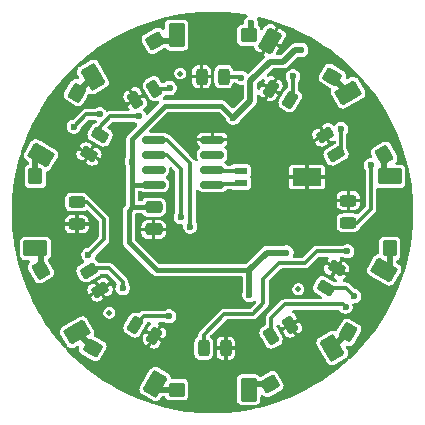
<source format=gbr>
%TF.GenerationSoftware,KiCad,Pcbnew,9.0.0*%
%TF.CreationDate,2025-03-16T18:04:45+02:00*%
%TF.ProjectId,LumiTimeV2,4c756d69-5469-46d6-9556-322e6b696361,rev?*%
%TF.SameCoordinates,Original*%
%TF.FileFunction,Copper,L1,Top*%
%TF.FilePolarity,Positive*%
%FSLAX46Y46*%
G04 Gerber Fmt 4.6, Leading zero omitted, Abs format (unit mm)*
G04 Created by KiCad (PCBNEW 9.0.0) date 2025-03-16 18:04:45*
%MOMM*%
%LPD*%
G01*
G04 APERTURE LIST*
G04 Aperture macros list*
%AMRoundRect*
0 Rectangle with rounded corners*
0 $1 Rounding radius*
0 $2 $3 $4 $5 $6 $7 $8 $9 X,Y pos of 4 corners*
0 Add a 4 corners polygon primitive as box body*
4,1,4,$2,$3,$4,$5,$6,$7,$8,$9,$2,$3,0*
0 Add four circle primitives for the rounded corners*
1,1,$1+$1,$2,$3*
1,1,$1+$1,$4,$5*
1,1,$1+$1,$6,$7*
1,1,$1+$1,$8,$9*
0 Add four rect primitives between the rounded corners*
20,1,$1+$1,$2,$3,$4,$5,0*
20,1,$1+$1,$4,$5,$6,$7,0*
20,1,$1+$1,$6,$7,$8,$9,0*
20,1,$1+$1,$8,$9,$2,$3,0*%
G04 Aperture macros list end*
%TA.AperFunction,SMDPad,CuDef*%
%ADD10RoundRect,0.175000X0.525000X0.825000X-0.525000X0.825000X-0.525000X-0.825000X0.525000X-0.825000X0*%
%TD*%
%TA.AperFunction,SMDPad,CuDef*%
%ADD11RoundRect,0.150000X0.525000X0.450000X-0.525000X0.450000X-0.525000X-0.450000X0.525000X-0.450000X0*%
%TD*%
%TA.AperFunction,SMDPad,CuDef*%
%ADD12RoundRect,0.243750X-0.516999X-0.017031X-0.273249X-0.439219X0.516999X0.017031X0.273249X0.439219X0*%
%TD*%
%TA.AperFunction,SMDPad,CuDef*%
%ADD13RoundRect,0.150000X0.825000X0.150000X-0.825000X0.150000X-0.825000X-0.150000X0.825000X-0.150000X0*%
%TD*%
%TA.AperFunction,SMDPad,CuDef*%
%ADD14RoundRect,0.243750X-0.017031X0.516999X-0.439219X0.273249X0.017031X-0.516999X0.439219X-0.273249X0*%
%TD*%
%TA.AperFunction,SMDPad,CuDef*%
%ADD15RoundRect,0.243750X-0.439219X-0.273249X-0.017031X-0.516999X0.439219X0.273249X0.017031X0.516999X0*%
%TD*%
%TA.AperFunction,SMDPad,CuDef*%
%ADD16C,0.500000*%
%TD*%
%TA.AperFunction,SMDPad,CuDef*%
%ADD17RoundRect,0.168750X0.854050X0.466759X-0.022800X0.973009X-0.854050X-0.466759X0.022800X-0.973009X0*%
%TD*%
%TA.AperFunction,SMDPad,CuDef*%
%ADD18RoundRect,0.150000X0.701314X0.114711X-0.251314X0.664711X-0.701314X-0.114711X0.251314X-0.664711X0*%
%TD*%
%TA.AperFunction,SMDPad,CuDef*%
%ADD19RoundRect,0.175000X-0.976971X0.042163X-0.451971X-0.867163X0.976971X-0.042163X0.451971X0.867163X0*%
%TD*%
%TA.AperFunction,SMDPad,CuDef*%
%ADD20RoundRect,0.150000X-0.664711X0.251314X-0.114711X-0.701314X0.664711X-0.251314X0.114711X0.701314X0*%
%TD*%
%TA.AperFunction,SMDPad,CuDef*%
%ADD21RoundRect,0.175000X-0.867163X-0.451971X0.042163X-0.976971X0.867163X0.451971X-0.042163X0.976971X0*%
%TD*%
%TA.AperFunction,SMDPad,CuDef*%
%ADD22RoundRect,0.150000X-0.701314X-0.114711X0.251314X-0.664711X0.701314X0.114711X-0.251314X0.664711X0*%
%TD*%
%TA.AperFunction,SMDPad,CuDef*%
%ADD23RoundRect,0.243750X-0.456250X0.243750X-0.456250X-0.243750X0.456250X-0.243750X0.456250X0.243750X0*%
%TD*%
%TA.AperFunction,SMDPad,CuDef*%
%ADD24RoundRect,0.243750X0.273249X-0.439219X0.516999X-0.017031X-0.273249X0.439219X-0.516999X0.017031X0*%
%TD*%
%TA.AperFunction,SMDPad,CuDef*%
%ADD25RoundRect,0.243750X0.516999X0.017031X0.273249X0.439219X-0.516999X-0.017031X-0.273249X-0.439219X0*%
%TD*%
%TA.AperFunction,SMDPad,CuDef*%
%ADD26RoundRect,0.175000X0.825000X-0.525000X0.825000X0.525000X-0.825000X0.525000X-0.825000X-0.525000X0*%
%TD*%
%TA.AperFunction,SMDPad,CuDef*%
%ADD27RoundRect,0.150000X0.450000X-0.550000X0.450000X0.550000X-0.450000X0.550000X-0.450000X-0.550000X0*%
%TD*%
%TA.AperFunction,SMDPad,CuDef*%
%ADD28RoundRect,0.243750X-0.273249X0.439219X-0.516999X0.017031X0.273249X-0.439219X0.516999X-0.017031X0*%
%TD*%
%TA.AperFunction,SMDPad,CuDef*%
%ADD29RoundRect,0.243750X0.439219X0.273249X0.017031X0.516999X-0.439219X-0.273249X-0.017031X-0.516999X0*%
%TD*%
%TA.AperFunction,SMDPad,CuDef*%
%ADD30RoundRect,0.175000X0.976971X-0.042163X0.451971X0.867163X-0.976971X0.042163X-0.451971X-0.867163X0*%
%TD*%
%TA.AperFunction,SMDPad,CuDef*%
%ADD31RoundRect,0.150000X0.664711X-0.251314X0.114711X0.701314X-0.664711X0.251314X-0.114711X-0.701314X0*%
%TD*%
%TA.AperFunction,SMDPad,CuDef*%
%ADD32R,1.100000X0.600000*%
%TD*%
%TA.AperFunction,SMDPad,CuDef*%
%ADD33R,2.400000X1.500000*%
%TD*%
%TA.AperFunction,SMDPad,CuDef*%
%ADD34RoundRect,0.250000X-0.475000X0.250000X-0.475000X-0.250000X0.475000X-0.250000X0.475000X0.250000X0*%
%TD*%
%TA.AperFunction,SMDPad,CuDef*%
%ADD35RoundRect,0.243750X-0.243750X-0.456250X0.243750X-0.456250X0.243750X0.456250X-0.243750X0.456250X0*%
%TD*%
%TA.AperFunction,SMDPad,CuDef*%
%ADD36RoundRect,0.243750X0.017031X-0.516999X0.439219X-0.273249X-0.017031X0.516999X-0.439219X0.273249X0*%
%TD*%
%TA.AperFunction,SMDPad,CuDef*%
%ADD37RoundRect,0.175000X-0.451971X0.867163X-0.976971X-0.042163X0.451971X-0.867163X0.976971X0.042163X0*%
%TD*%
%TA.AperFunction,SMDPad,CuDef*%
%ADD38RoundRect,0.150000X-0.114711X0.701314X-0.664711X-0.251314X0.114711X-0.701314X0.664711X0.251314X0*%
%TD*%
%TA.AperFunction,SMDPad,CuDef*%
%ADD39RoundRect,0.175000X0.451971X-0.867163X0.976971X0.042163X-0.451971X0.867163X-0.976971X-0.042163X0*%
%TD*%
%TA.AperFunction,SMDPad,CuDef*%
%ADD40RoundRect,0.150000X0.114711X-0.701314X0.664711X0.251314X-0.114711X0.701314X-0.664711X-0.251314X0*%
%TD*%
%TA.AperFunction,SMDPad,CuDef*%
%ADD41RoundRect,0.175000X-0.042163X-0.976971X0.867163X-0.451971X0.042163X0.976971X-0.867163X0.451971X0*%
%TD*%
%TA.AperFunction,SMDPad,CuDef*%
%ADD42RoundRect,0.150000X-0.251314X-0.664711X0.701314X-0.114711X0.251314X0.664711X-0.701314X0.114711X0*%
%TD*%
%TA.AperFunction,SMDPad,CuDef*%
%ADD43RoundRect,0.175000X0.042163X0.976971X-0.867163X0.451971X-0.042163X-0.976971X0.867163X-0.451971X0*%
%TD*%
%TA.AperFunction,SMDPad,CuDef*%
%ADD44RoundRect,0.150000X0.251314X0.664711X-0.701314X0.114711X-0.251314X-0.664711X0.701314X-0.114711X0*%
%TD*%
%TA.AperFunction,SMDPad,CuDef*%
%ADD45RoundRect,0.175000X-0.825000X0.525000X-0.825000X-0.525000X0.825000X-0.525000X0.825000X0.525000X0*%
%TD*%
%TA.AperFunction,SMDPad,CuDef*%
%ADD46RoundRect,0.150000X-0.450000X0.550000X-0.450000X-0.550000X0.450000X-0.550000X0.450000X0.550000X0*%
%TD*%
%TA.AperFunction,SMDPad,CuDef*%
%ADD47RoundRect,0.175000X-0.525000X-0.825000X0.525000X-0.825000X0.525000X0.825000X-0.525000X0.825000X0*%
%TD*%
%TA.AperFunction,SMDPad,CuDef*%
%ADD48RoundRect,0.150000X-0.550000X-0.450000X0.550000X-0.450000X0.550000X0.450000X-0.550000X0.450000X0*%
%TD*%
%TA.AperFunction,SMDPad,CuDef*%
%ADD49RoundRect,0.243750X0.243750X0.456250X-0.243750X0.456250X-0.243750X-0.456250X0.243750X-0.456250X0*%
%TD*%
%TA.AperFunction,SMDPad,CuDef*%
%ADD50RoundRect,0.243750X0.456250X-0.243750X0.456250X0.243750X-0.456250X0.243750X-0.456250X-0.243750X0*%
%TD*%
%TA.AperFunction,ViaPad*%
%ADD51C,0.600000*%
%TD*%
%TA.AperFunction,Conductor*%
%ADD52C,0.300000*%
%TD*%
%TA.AperFunction,Conductor*%
%ADD53C,0.500000*%
%TD*%
%TA.AperFunction,Conductor*%
%ADD54C,0.400000*%
%TD*%
G04 APERTURE END LIST*
D10*
%TO.P,PV12,1,K*%
%TO.N,Net-(PV11-A)*%
X146950000Y-85000000D03*
D11*
%TO.P,PV12,2,A*%
%TO.N,Net-(D13-A)*%
X153050000Y-85000000D03*
%TD*%
D12*
%TO.P,D2,1,K*%
%TO.N,GND*%
X159500000Y-93438101D03*
%TO.P,D2,2,A*%
%TO.N,Net-(D2-A)*%
X160437500Y-95061899D03*
%TD*%
D13*
%TO.P,U2,1,OSCI*%
%TO.N,Net-(U2-OSCI)*%
X149975000Y-97655000D03*
%TO.P,U2,2,OSCO*%
%TO.N,Net-(U2-OSCO)*%
X149975000Y-96385000D03*
%TO.P,U2,3,~{INT}*%
%TO.N,unconnected-(U2-~{INT}-Pad3)*%
X149975000Y-95115000D03*
%TO.P,U2,4,VSS*%
%TO.N,GND*%
X149975000Y-93845000D03*
%TO.P,U2,5,SDA*%
%TO.N,/SDA*%
X145025000Y-93845000D03*
%TO.P,U2,6,SCL*%
%TO.N,/SCL*%
X145025000Y-95115000D03*
%TO.P,U2,7,CLKO*%
%TO.N,unconnected-(U2-CLKO-Pad7)*%
X145025000Y-96385000D03*
%TO.P,U2,8,VDD*%
%TO.N,+3V7*%
X145025000Y-97655000D03*
%TD*%
D14*
%TO.P,D5,1,K*%
%TO.N,GND*%
X156561899Y-109531250D03*
%TO.P,D5,2,A*%
%TO.N,Net-(D5-A)*%
X154938101Y-110468750D03*
%TD*%
D15*
%TO.P,D1,1,K*%
%TO.N,GND*%
X154938101Y-89531250D03*
%TO.P,D1,2,A*%
%TO.N,Net-(D1-A)*%
X156561899Y-90468750D03*
%TD*%
D16*
%TO.P,FID6,*%
%TO.N,*%
X157250000Y-106500000D03*
%TD*%
D17*
%TO.P,PV1,1,K*%
%TO.N,GND*%
X154858622Y-85474999D03*
D18*
%TO.P,PV1,2,A*%
%TO.N,Net-(PV1-A)*%
X160141378Y-88525001D03*
%TD*%
D19*
%TO.P,PV8,1,K*%
%TO.N,Net-(PV7-A)*%
X138524999Y-110141377D03*
D20*
%TO.P,PV8,2,A*%
%TO.N,Net-(PV8-A)*%
X135475001Y-104858623D03*
%TD*%
D21*
%TO.P,PV7,1,K*%
%TO.N,Net-(PV6-A)*%
X145141377Y-114525000D03*
D22*
%TO.P,PV7,2,A*%
%TO.N,Net-(PV7-A)*%
X139858623Y-111475000D03*
%TD*%
D23*
%TO.P,D3,1,K*%
%TO.N,GND*%
X161500000Y-99000000D03*
%TO.P,D3,2,A*%
%TO.N,Net-(D3-A)*%
X161500000Y-100875000D03*
%TD*%
D24*
%TO.P,D10,1,K*%
%TO.N,GND*%
X139531250Y-95061899D03*
%TO.P,D10,2,A*%
%TO.N,Net-(D10-A)*%
X140468750Y-93438101D03*
%TD*%
D25*
%TO.P,D8,1,K*%
%TO.N,GND*%
X140468750Y-106561899D03*
%TO.P,D8,2,A*%
%TO.N,Net-(D8-A)*%
X139531250Y-104938101D03*
%TD*%
D26*
%TO.P,PV3,1,K*%
%TO.N,Net-(PV2-A)*%
X165000000Y-96950000D03*
D27*
%TO.P,PV3,2,A*%
%TO.N,Net-(PV3-A)*%
X165000000Y-103050000D03*
%TD*%
D28*
%TO.P,D4,1,K*%
%TO.N,GND*%
X160500000Y-104750000D03*
%TO.P,D4,2,A*%
%TO.N,Net-(D4-A)*%
X159562500Y-106373798D03*
%TD*%
D29*
%TO.P,D7,1,K*%
%TO.N,GND*%
X145061899Y-110468750D03*
%TO.P,D7,2,A*%
%TO.N,Net-(D7-A)*%
X143438101Y-109531250D03*
%TD*%
D30*
%TO.P,PV2,1,K*%
%TO.N,Net-(PV1-A)*%
X161474999Y-89858622D03*
D31*
%TO.P,PV2,2,A*%
%TO.N,Net-(PV2-A)*%
X164525001Y-95141378D03*
%TD*%
D32*
%TO.P,Y1,1,1*%
%TO.N,Net-(U2-OSCI)*%
X152375000Y-97500000D03*
%TO.P,Y1,2,2*%
%TO.N,Net-(U2-OSCO)*%
X152375000Y-96500000D03*
D33*
%TO.P,Y1,3,3*%
%TO.N,GND*%
X157975000Y-97000000D03*
%TD*%
D34*
%TO.P,C5,1*%
%TO.N,+3V7*%
X145000000Y-99550000D03*
%TO.P,C5,2*%
%TO.N,GND*%
X145000000Y-101450000D03*
%TD*%
D35*
%TO.P,D12,1,K*%
%TO.N,GND*%
X149062500Y-88500000D03*
%TO.P,D12,2,A*%
%TO.N,Net-(D12-A)*%
X150937500Y-88500000D03*
%TD*%
D16*
%TO.P,FID4,*%
%TO.N,*%
X147250000Y-88250000D03*
%TD*%
D36*
%TO.P,D11,1,K*%
%TO.N,GND*%
X143438101Y-90468750D03*
%TO.P,D11,2,A*%
%TO.N,Net-(D11-A)*%
X145061899Y-89531250D03*
%TD*%
D37*
%TO.P,PV10,1,K*%
%TO.N,Net-(PV10-K)*%
X135475000Y-95141377D03*
D38*
%TO.P,PV10,2,A*%
%TO.N,Net-(PV10-A)*%
X138525000Y-89858623D03*
%TD*%
D39*
%TO.P,PV4,1,K*%
%TO.N,Net-(PV3-A)*%
X164525000Y-104858623D03*
D40*
%TO.P,PV4,2,A*%
%TO.N,Net-(PV4-A)*%
X161475000Y-110141377D03*
%TD*%
D41*
%TO.P,PV5,1,K*%
%TO.N,Net-(PV4-A)*%
X160141377Y-111475000D03*
D42*
%TO.P,PV5,2,A*%
%TO.N,Net-(PV5-A)*%
X154858623Y-114525000D03*
%TD*%
D43*
%TO.P,PV11,1,K*%
%TO.N,Net-(PV10-A)*%
X139858623Y-88525000D03*
D44*
%TO.P,PV11,2,A*%
%TO.N,Net-(PV11-A)*%
X145141377Y-85475000D03*
%TD*%
D45*
%TO.P,PV9,1,K*%
%TO.N,Net-(PV8-A)*%
X135000000Y-103050000D03*
D46*
%TO.P,PV9,2,A*%
%TO.N,Net-(PV10-K)*%
X135000000Y-96950000D03*
%TD*%
D16*
%TO.P,FID5,*%
%TO.N,*%
X141250000Y-108500000D03*
%TD*%
D47*
%TO.P,PV6,1,K*%
%TO.N,Net-(PV5-A)*%
X153050000Y-115000000D03*
D48*
%TO.P,PV6,2,A*%
%TO.N,Net-(PV6-A)*%
X146950000Y-115000000D03*
%TD*%
D49*
%TO.P,D6,1,K*%
%TO.N,GND*%
X151125000Y-111500000D03*
%TO.P,D6,2,A*%
%TO.N,Net-(D6-A)*%
X149250000Y-111500000D03*
%TD*%
D50*
%TO.P,D9,1,K*%
%TO.N,GND*%
X138500000Y-101000000D03*
%TO.P,D9,2,A*%
%TO.N,Net-(D9-A)*%
X138500000Y-99125000D03*
%TD*%
D51*
%TO.N,GND*%
X138000000Y-102300000D03*
X138400000Y-96200000D03*
X152500000Y-99000000D03*
X151500000Y-86700000D03*
X163800000Y-92700000D03*
X148800000Y-106100000D03*
X149200000Y-102000000D03*
X153250000Y-110250000D03*
X147750000Y-92000000D03*
X143000000Y-85000000D03*
X158500000Y-108500000D03*
%TO.N,Net-(D1-A)*%
X156800000Y-88487500D03*
%TO.N,Net-(D2-A)*%
X160876672Y-92940832D03*
%TO.N,Net-(D3-A)*%
X163400000Y-96000000D03*
%TO.N,Net-(D4-A)*%
X161980331Y-107080331D03*
%TO.N,Net-(D5-A)*%
X161250000Y-108000000D03*
%TO.N,Net-(D6-A)*%
X161400000Y-103300000D03*
%TO.N,Net-(D7-A)*%
X146300000Y-108800000D03*
%TO.N,Net-(D8-A)*%
X142400000Y-106400000D03*
%TO.N,Net-(D9-A)*%
X139488685Y-103600000D03*
%TO.N,Net-(D10-A)*%
X143761307Y-91881712D03*
%TO.N,Net-(D11-A)*%
X146374171Y-89465168D03*
%TO.N,Net-(D12-A)*%
X152400000Y-88600000D03*
%TO.N,Net-(D13-A)*%
X153250000Y-84000000D03*
%TO.N,+3V7*%
X157500000Y-86250000D03*
X151750000Y-92000000D03*
X156250000Y-103400000D03*
X153100000Y-107000000D03*
X143150000Y-95700000D03*
%TO.N,/But0*%
X138250000Y-92750000D03*
X140444669Y-91694669D03*
%TO.N,/SDA*%
X148100000Y-101200000D03*
%TO.N,/SCL*%
X147300000Y-100400000D03*
%TD*%
D52*
%TO.N,Net-(D1-A)*%
X156800000Y-90230649D02*
X156561899Y-90468750D01*
X156800000Y-88487500D02*
X156800000Y-90230649D01*
%TO.N,Net-(D2-A)*%
X160437500Y-95061899D02*
X160876672Y-94622727D01*
X160876672Y-94622727D02*
X160876672Y-92940832D01*
%TO.N,Net-(D3-A)*%
X163400000Y-99700000D02*
X163400000Y-96000000D01*
X161500000Y-100875000D02*
X162225000Y-100875000D01*
X162225000Y-100875000D02*
X163400000Y-99700000D01*
%TO.N,Net-(D4-A)*%
X161980331Y-107080331D02*
X161273798Y-106373798D01*
X161273798Y-106373798D02*
X159562500Y-106373798D01*
%TO.N,Net-(D5-A)*%
X161250000Y-108000000D02*
X161050000Y-107800000D01*
X161050000Y-107800000D02*
X156100000Y-107800000D01*
X154938101Y-108961899D02*
X154938101Y-110468750D01*
X156100000Y-107800000D02*
X154938101Y-108961899D01*
%TO.N,Net-(D6-A)*%
X154300000Y-105600000D02*
X154300000Y-107700000D01*
X149250000Y-110350000D02*
X149250000Y-111500000D01*
X161400000Y-103300000D02*
X158800000Y-103300000D01*
X153400000Y-108600000D02*
X151000000Y-108600000D01*
X151000000Y-108600000D02*
X149250000Y-110350000D01*
X155600000Y-104300000D02*
X154300000Y-105600000D01*
X157800000Y-104300000D02*
X155600000Y-104300000D01*
X158800000Y-103300000D02*
X157800000Y-104300000D01*
X154300000Y-107700000D02*
X153400000Y-108600000D01*
%TO.N,Net-(D7-A)*%
X144169351Y-108800000D02*
X143438101Y-109531250D01*
X146300000Y-108800000D02*
X144169351Y-108800000D01*
%TO.N,Net-(D8-A)*%
X142400000Y-105900000D02*
X141250000Y-104750000D01*
X142400000Y-106400000D02*
X142400000Y-105900000D01*
X139719351Y-104750000D02*
X139531250Y-104938101D01*
X139300000Y-104706851D02*
X139531250Y-104938101D01*
X141250000Y-104750000D02*
X139719351Y-104750000D01*
%TO.N,Net-(D9-A)*%
X140800000Y-102288685D02*
X140800000Y-100550000D01*
X139488685Y-103600000D02*
X140800000Y-102288685D01*
X140800000Y-100550000D02*
X139375000Y-99125000D01*
X139375000Y-99125000D02*
X138500000Y-99125000D01*
%TO.N,Net-(D10-A)*%
X140468750Y-92731250D02*
X140468750Y-93438101D01*
X141318288Y-91881712D02*
X140468750Y-92731250D01*
X143761307Y-91881712D02*
X141318288Y-91881712D01*
%TO.N,Net-(D11-A)*%
X146308089Y-89531250D02*
X145061899Y-89531250D01*
X146374171Y-89465168D02*
X146308089Y-89531250D01*
%TO.N,Net-(D12-A)*%
X150937500Y-88500000D02*
X152300000Y-88500000D01*
X152300000Y-88500000D02*
X152400000Y-88600000D01*
D53*
%TO.N,Net-(D13-A)*%
X153250000Y-84000000D02*
X153250000Y-84800000D01*
D52*
X153250000Y-84800000D02*
X153050000Y-85000000D01*
D53*
%TO.N,+3V7*%
X156250000Y-103400000D02*
X154600000Y-103400000D01*
X156000000Y-87250000D02*
X154850000Y-87250000D01*
D54*
X150750000Y-91000000D02*
X151750000Y-92000000D01*
X143200000Y-99550000D02*
X142900000Y-99850000D01*
D53*
X157500000Y-86250000D02*
X157000000Y-86250000D01*
D54*
X144750000Y-99250000D02*
X145000000Y-99250000D01*
D53*
X153100000Y-104900000D02*
X153100000Y-107000000D01*
X154850000Y-87250000D02*
X153200000Y-88900000D01*
D54*
X145947316Y-91000000D02*
X150750000Y-91000000D01*
X143200000Y-97700000D02*
X143200000Y-99000000D01*
D53*
X153200000Y-90550000D02*
X151750000Y-92000000D01*
D54*
X142900000Y-101800000D02*
X142900000Y-102500000D01*
D53*
X157000000Y-86250000D02*
X156000000Y-87250000D01*
D54*
X145300000Y-104900000D02*
X153100000Y-104900000D01*
X143200000Y-98350000D02*
X143200000Y-99550000D01*
X143200000Y-95750000D02*
X143150000Y-95700000D01*
X143150000Y-95700000D02*
X143200000Y-95650000D01*
X142900000Y-99850000D02*
X142900000Y-101750000D01*
X145000000Y-99550000D02*
X143200000Y-99550000D01*
X143200000Y-95650000D02*
X143200000Y-93747316D01*
X142900000Y-102500000D02*
X145300000Y-104900000D01*
D53*
X153200000Y-88900000D02*
X153200000Y-90550000D01*
X154600000Y-103400000D02*
X153100000Y-104900000D01*
D54*
X143200000Y-97700000D02*
X143200000Y-95750000D01*
X143200000Y-93747316D02*
X145947316Y-91000000D01*
X143200000Y-97700000D02*
X143245000Y-97655000D01*
X143245000Y-97655000D02*
X145025000Y-97655000D01*
D53*
%TO.N,Net-(PV1-A)*%
X160141378Y-88525001D02*
X161474999Y-89858622D01*
D52*
%TO.N,Net-(PV2-A)*%
X164525001Y-96475001D02*
X165000000Y-96950000D01*
D53*
X164525001Y-95141378D02*
X164525001Y-96475001D01*
%TO.N,Net-(PV3-A)*%
X165000000Y-103050000D02*
X165000000Y-104383623D01*
D52*
X165000000Y-104383623D02*
X164525000Y-104858623D01*
D53*
%TO.N,Net-(PV4-A)*%
X161475000Y-110141377D02*
X160141377Y-111475000D01*
%TO.N,Net-(PV5-A)*%
X154858623Y-114525000D02*
X153525000Y-114525000D01*
D52*
X153525000Y-114525000D02*
X153050000Y-115000000D01*
%TO.N,Net-(PV6-A)*%
X145616377Y-115000000D02*
X145141377Y-114525000D01*
D53*
X146950000Y-115000000D02*
X145616377Y-115000000D01*
%TO.N,Net-(PV7-A)*%
X139858622Y-111475000D02*
X138524999Y-110141377D01*
D52*
X139858623Y-111475000D02*
X139858622Y-111475000D01*
%TO.N,Net-(PV8-A)*%
X135475001Y-103525001D02*
X135000000Y-103050000D01*
D53*
X135475001Y-104858623D02*
X135475001Y-103525001D01*
%TO.N,Net-(PV10-K)*%
X135000000Y-96950000D02*
X135000000Y-95616377D01*
D52*
X135000000Y-95616377D02*
X135475000Y-95141377D01*
D53*
%TO.N,Net-(PV10-A)*%
X138525000Y-89858623D02*
X139858623Y-88525000D01*
D52*
%TO.N,Net-(PV11-A)*%
X146475000Y-85475000D02*
X146950000Y-85000000D01*
D53*
X145141377Y-85475000D02*
X146475000Y-85475000D01*
D52*
%TO.N,/But0*%
X139305331Y-91694669D02*
X140444669Y-91694669D01*
X138250000Y-92750000D02*
X139305331Y-91694669D01*
%TO.N,/SDA*%
X148100000Y-101200000D02*
X148100000Y-95850001D01*
X148100000Y-95850001D02*
X146094999Y-93845000D01*
X145120000Y-93845000D02*
X145025000Y-93750000D01*
X146094999Y-93845000D02*
X145120000Y-93845000D01*
%TO.N,/SCL*%
X147300000Y-96320001D02*
X147300000Y-100400000D01*
X145120000Y-95115000D02*
X146094999Y-95115000D01*
X145025000Y-95020000D02*
X145120000Y-95115000D01*
X146094999Y-95115000D02*
X147300000Y-96320001D01*
%TO.N,Net-(U2-OSCI)*%
X152315000Y-97560000D02*
X152375000Y-97500000D01*
X149975000Y-97560000D02*
X152315000Y-97560000D01*
%TO.N,Net-(U2-OSCO)*%
X149975000Y-96290000D02*
X150185000Y-96500000D01*
X150185000Y-96500000D02*
X152375000Y-96500000D01*
%TD*%
%TA.AperFunction,Conductor*%
%TO.N,GND*%
G36*
X150396092Y-83005194D02*
G01*
X151173702Y-83041144D01*
X151180542Y-83041620D01*
X151955684Y-83113447D01*
X151962438Y-83114231D01*
X152733454Y-83221783D01*
X152740208Y-83222884D01*
X152838785Y-83241312D01*
X152908346Y-83274623D01*
X152951934Y-83338253D01*
X152957867Y-83415153D01*
X152924555Y-83484716D01*
X152885911Y-83516808D01*
X152881284Y-83519479D01*
X152769480Y-83631283D01*
X152690424Y-83768214D01*
X152649500Y-83920941D01*
X152649500Y-83950500D01*
X152629538Y-84025000D01*
X152575000Y-84079538D01*
X152500500Y-84099500D01*
X152470724Y-84099500D01*
X152440304Y-84102353D01*
X152312116Y-84147207D01*
X152202851Y-84227848D01*
X152202848Y-84227851D01*
X152122207Y-84337116D01*
X152077353Y-84465304D01*
X152074500Y-84495724D01*
X152074500Y-85504275D01*
X152077353Y-85534695D01*
X152077353Y-85534697D01*
X152077354Y-85534699D01*
X152078699Y-85538543D01*
X152122207Y-85662883D01*
X152202848Y-85772148D01*
X152202851Y-85772151D01*
X152312116Y-85852792D01*
X152312117Y-85852792D01*
X152312118Y-85852793D01*
X152440301Y-85897646D01*
X152470734Y-85900500D01*
X152470741Y-85900500D01*
X153395053Y-85900500D01*
X153469553Y-85920462D01*
X153524091Y-85975000D01*
X153543116Y-86032818D01*
X153546679Y-86064447D01*
X153546680Y-86064449D01*
X153603186Y-86193965D01*
X153603188Y-86193967D01*
X153695356Y-86301069D01*
X153695355Y-86301069D01*
X153721288Y-86319469D01*
X154078717Y-86525830D01*
X154717116Y-85420094D01*
X155063526Y-85420094D01*
X155777996Y-85832594D01*
X156146858Y-85193707D01*
X156160115Y-85164807D01*
X156186384Y-85025965D01*
X156186384Y-85025963D01*
X156170564Y-84885551D01*
X156170563Y-84885548D01*
X156114057Y-84756032D01*
X156114055Y-84756030D01*
X156021887Y-84648928D01*
X156021888Y-84648928D01*
X155995955Y-84630528D01*
X155638525Y-84424166D01*
X155063526Y-85420094D01*
X154717116Y-85420094D01*
X154728718Y-85399999D01*
X154772282Y-85324544D01*
X155378717Y-84274165D01*
X155043719Y-84080753D01*
X154923951Y-84041598D01*
X154853544Y-84028277D01*
X154713130Y-84044098D01*
X154583614Y-84100606D01*
X154476509Y-84192775D01*
X154458107Y-84218711D01*
X154295557Y-84500254D01*
X154241019Y-84554791D01*
X154166519Y-84574753D01*
X154092019Y-84554790D01*
X154037482Y-84500252D01*
X154027078Y-84473354D01*
X154025640Y-84473858D01*
X154022646Y-84465301D01*
X153977793Y-84337118D01*
X153897150Y-84227850D01*
X153889743Y-84220443D01*
X153851179Y-84153648D01*
X153851179Y-84088994D01*
X153849225Y-84088737D01*
X153850500Y-84079054D01*
X153850500Y-83920943D01*
X153850499Y-83920941D01*
X153809577Y-83768216D01*
X153760808Y-83683746D01*
X153740847Y-83609246D01*
X153760809Y-83534747D01*
X153815347Y-83480209D01*
X153889848Y-83460247D01*
X153923953Y-83464204D01*
X154269900Y-83545570D01*
X154276509Y-83547286D01*
X154896536Y-83723699D01*
X155001880Y-83753672D01*
X155004433Y-83755198D01*
X155007404Y-83755360D01*
X155151076Y-83802330D01*
X155151940Y-83802616D01*
X155769922Y-84009742D01*
X155776344Y-84012061D01*
X156502233Y-84293272D01*
X156508560Y-84295893D01*
X156799897Y-84424531D01*
X157220668Y-84610320D01*
X157226899Y-84613245D01*
X157563155Y-84780680D01*
X157923716Y-84960218D01*
X157929782Y-84963415D01*
X158343235Y-85193707D01*
X158609861Y-85342217D01*
X158615795Y-85345705D01*
X158871880Y-85504266D01*
X159247784Y-85737016D01*
X159277597Y-85755475D01*
X159283357Y-85759227D01*
X159461538Y-85881284D01*
X159925561Y-86199147D01*
X159931148Y-86203167D01*
X160552359Y-86672283D01*
X160557745Y-86676549D01*
X161083934Y-87113491D01*
X161156612Y-87173842D01*
X161161803Y-87178359D01*
X161427116Y-87420224D01*
X161737061Y-87702777D01*
X161742039Y-87707530D01*
X162292469Y-88257960D01*
X162297222Y-88262938D01*
X162419117Y-88396650D01*
X162454555Y-88465155D01*
X162452520Y-88509152D01*
X162455226Y-88508428D01*
X162529726Y-88528390D01*
X162565338Y-88557047D01*
X162821638Y-88838194D01*
X162826157Y-88843387D01*
X163298401Y-89412089D01*
X163323442Y-89442244D01*
X163327716Y-89447640D01*
X163796832Y-90068851D01*
X163800852Y-90074438D01*
X164240767Y-90716635D01*
X164244524Y-90722402D01*
X164654294Y-91384204D01*
X164657782Y-91390138D01*
X165036578Y-92070206D01*
X165039787Y-92076295D01*
X165386754Y-92773100D01*
X165389679Y-92779331D01*
X165704099Y-93491423D01*
X165706733Y-93497782D01*
X165883717Y-93954630D01*
X165956649Y-94142890D01*
X165987928Y-94223629D01*
X165990265Y-94230101D01*
X166046470Y-94397793D01*
X166237644Y-94968180D01*
X166239680Y-94974755D01*
X166452706Y-95723464D01*
X166454436Y-95730126D01*
X166564231Y-96196946D01*
X166566174Y-96205205D01*
X166585099Y-96285672D01*
X166592244Y-96316048D01*
X166592244Y-96316049D01*
X166632653Y-96487860D01*
X166634074Y-96494594D01*
X166777111Y-97259771D01*
X166778219Y-97266565D01*
X166839410Y-97705226D01*
X166884778Y-98030462D01*
X166885763Y-98037519D01*
X166886556Y-98044356D01*
X166958378Y-98819444D01*
X166958855Y-98826311D01*
X166994806Y-99603907D01*
X166994965Y-99610788D01*
X166994965Y-100389211D01*
X166994806Y-100396092D01*
X166958855Y-101173688D01*
X166958378Y-101180555D01*
X166886556Y-101955643D01*
X166885763Y-101962480D01*
X166778219Y-102733434D01*
X166777111Y-102740228D01*
X166634074Y-103505405D01*
X166632653Y-103512140D01*
X166454436Y-104269873D01*
X166452706Y-104276535D01*
X166265644Y-104933989D01*
X166264506Y-104937794D01*
X166197422Y-105151735D01*
X166196821Y-105152680D01*
X166196524Y-105154505D01*
X165990266Y-105769896D01*
X165987928Y-105776370D01*
X165706733Y-106502217D01*
X165704099Y-106508576D01*
X165389679Y-107220668D01*
X165386754Y-107226899D01*
X165039787Y-107923704D01*
X165036578Y-107929793D01*
X164657782Y-108609861D01*
X164654294Y-108615795D01*
X164244524Y-109277597D01*
X164240767Y-109283364D01*
X163800852Y-109925561D01*
X163796832Y-109931148D01*
X163327716Y-110552359D01*
X163323442Y-110557755D01*
X162826157Y-111156612D01*
X162821638Y-111161805D01*
X162297222Y-111737061D01*
X162292469Y-111742039D01*
X161742039Y-112292469D01*
X161737061Y-112297222D01*
X161603348Y-112419118D01*
X161534843Y-112454556D01*
X161490845Y-112452521D01*
X161491570Y-112455227D01*
X161471608Y-112529727D01*
X161442951Y-112565339D01*
X161161805Y-112821638D01*
X161156612Y-112826157D01*
X160557755Y-113323442D01*
X160552359Y-113327716D01*
X159931148Y-113796832D01*
X159925561Y-113800852D01*
X159283364Y-114240767D01*
X159277597Y-114244524D01*
X158615795Y-114654294D01*
X158609861Y-114657782D01*
X157929793Y-115036578D01*
X157923704Y-115039787D01*
X157226899Y-115386754D01*
X157220668Y-115389679D01*
X156508576Y-115704099D01*
X156502217Y-115706733D01*
X155776370Y-115987928D01*
X155769896Y-115990266D01*
X155031819Y-116237644D01*
X155025244Y-116239680D01*
X154276535Y-116452706D01*
X154269873Y-116454436D01*
X153803053Y-116564231D01*
X153683951Y-116592244D01*
X153683950Y-116592243D01*
X153683950Y-116592244D01*
X153512139Y-116632653D01*
X153505405Y-116634074D01*
X152740228Y-116777111D01*
X152733434Y-116778219D01*
X151962480Y-116885763D01*
X151955643Y-116886556D01*
X151180555Y-116958378D01*
X151173688Y-116958855D01*
X150396092Y-116994806D01*
X150389211Y-116994965D01*
X149610789Y-116994965D01*
X149603908Y-116994806D01*
X148826311Y-116958855D01*
X148819444Y-116958378D01*
X148124680Y-116893999D01*
X148044352Y-116886555D01*
X148037523Y-116885763D01*
X147853389Y-116860077D01*
X147266565Y-116778219D01*
X147259771Y-116777111D01*
X146494594Y-116634074D01*
X146487859Y-116632653D01*
X145730126Y-116454436D01*
X145723464Y-116452706D01*
X145066010Y-116265644D01*
X145062205Y-116264506D01*
X144848264Y-116197422D01*
X144847318Y-116196821D01*
X144845494Y-116196524D01*
X144750502Y-116164686D01*
X144230101Y-115990265D01*
X144223629Y-115987928D01*
X143497782Y-115706733D01*
X143491423Y-115704099D01*
X142779331Y-115389679D01*
X142773100Y-115386754D01*
X142076295Y-115039787D01*
X142070206Y-115036578D01*
X141942661Y-114965536D01*
X143793960Y-114965536D01*
X143793960Y-114965541D01*
X143810192Y-115101303D01*
X143810193Y-115101305D01*
X143864017Y-115226998D01*
X143864018Y-115227000D01*
X143951071Y-115332434D01*
X143951073Y-115332436D01*
X143997059Y-115366015D01*
X143997064Y-115366018D01*
X143997072Y-115366024D01*
X144195678Y-115480689D01*
X144953111Y-115917992D01*
X144953113Y-115917992D01*
X144985181Y-115936507D01*
X145037268Y-115959551D01*
X145172108Y-115982225D01*
X145307874Y-115965992D01*
X145433568Y-115912167D01*
X145539006Y-115825110D01*
X145572593Y-115779112D01*
X145639698Y-115662883D01*
X145661570Y-115625000D01*
X145716108Y-115570462D01*
X145790608Y-115550500D01*
X145852161Y-115550500D01*
X145926661Y-115570462D01*
X145981199Y-115625000D01*
X145992799Y-115650286D01*
X145997207Y-115662882D01*
X146077848Y-115772148D01*
X146077851Y-115772151D01*
X146187116Y-115852792D01*
X146187117Y-115852792D01*
X146187118Y-115852793D01*
X146315301Y-115897646D01*
X146345734Y-115900500D01*
X146345741Y-115900500D01*
X147554259Y-115900500D01*
X147554266Y-115900500D01*
X147584699Y-115897646D01*
X147712882Y-115852793D01*
X147822150Y-115772150D01*
X147902793Y-115662882D01*
X147947646Y-115534699D01*
X147950500Y-115504266D01*
X147950500Y-114495734D01*
X147947646Y-114465301D01*
X147902793Y-114337118D01*
X147833113Y-114242705D01*
X147822151Y-114227851D01*
X147822148Y-114227848D01*
X147712883Y-114147207D01*
X147662339Y-114129521D01*
X152049500Y-114129521D01*
X152049500Y-115870479D01*
X152051970Y-115893458D01*
X152055588Y-115927114D01*
X152055588Y-115927116D01*
X152055589Y-115927117D01*
X152055589Y-115927119D01*
X152097593Y-116039734D01*
X152103372Y-116055226D01*
X152185313Y-116164687D01*
X152294774Y-116246628D01*
X152422886Y-116294412D01*
X152479515Y-116300500D01*
X153620484Y-116300499D01*
X153677114Y-116294412D01*
X153805226Y-116246628D01*
X153914687Y-116164687D01*
X153996628Y-116055226D01*
X154044412Y-115927114D01*
X154050500Y-115870485D01*
X154050499Y-115629687D01*
X154070461Y-115555190D01*
X154124998Y-115500652D01*
X154199498Y-115480689D01*
X154273998Y-115500651D01*
X154296690Y-115516752D01*
X154364917Y-115575466D01*
X154364921Y-115575469D01*
X154489393Y-115629777D01*
X154512358Y-115632364D01*
X154624344Y-115644981D01*
X154757781Y-115619734D01*
X154757782Y-115619733D01*
X154757784Y-115619733D01*
X154785552Y-115606994D01*
X154785551Y-115606994D01*
X154785563Y-115606989D01*
X155832183Y-115002723D01*
X155857111Y-114985035D01*
X155945695Y-114882099D01*
X156000002Y-114757627D01*
X156015207Y-114622676D01*
X155989959Y-114489240D01*
X155978979Y-114465304D01*
X155977216Y-114461461D01*
X155905425Y-114337116D01*
X155472948Y-113588043D01*
X155455260Y-113563114D01*
X155352325Y-113474531D01*
X155352324Y-113474530D01*
X155227852Y-113420222D01*
X155092905Y-113405019D01*
X155092903Y-113405019D01*
X155092902Y-113405019D01*
X155066214Y-113410068D01*
X154959461Y-113430266D01*
X154931693Y-113443005D01*
X154131066Y-113905247D01*
X154056566Y-113925209D01*
X153982066Y-113905247D01*
X153937286Y-113865502D01*
X153914688Y-113835315D01*
X153914687Y-113835313D01*
X153805226Y-113753372D01*
X153784793Y-113745751D01*
X153677113Y-113705587D01*
X153620499Y-113699501D01*
X153620490Y-113699500D01*
X153620485Y-113699500D01*
X153620478Y-113699500D01*
X152479520Y-113699500D01*
X152451201Y-113702544D01*
X152422886Y-113705588D01*
X152422883Y-113705588D01*
X152422882Y-113705589D01*
X152422880Y-113705589D01*
X152294776Y-113753371D01*
X152294772Y-113753373D01*
X152185313Y-113835313D01*
X152103373Y-113944772D01*
X152103371Y-113944776D01*
X152055587Y-114072886D01*
X152049501Y-114129500D01*
X152049500Y-114129521D01*
X147662339Y-114129521D01*
X147653042Y-114126268D01*
X147584699Y-114102354D01*
X147584697Y-114102353D01*
X147584695Y-114102353D01*
X147554275Y-114099500D01*
X147554266Y-114099500D01*
X146622838Y-114099500D01*
X146548338Y-114079538D01*
X146493800Y-114025000D01*
X146474892Y-113968189D01*
X146472561Y-113948696D01*
X146472561Y-113948695D01*
X146418736Y-113823001D01*
X146418735Y-113822999D01*
X146331682Y-113717565D01*
X146331680Y-113717563D01*
X146285694Y-113683984D01*
X146285685Y-113683978D01*
X146285682Y-113683976D01*
X146285672Y-113683970D01*
X145297579Y-113113496D01*
X145297571Y-113113492D01*
X145245488Y-113090450D01*
X145245484Y-113090448D01*
X145137902Y-113072358D01*
X145110646Y-113067775D01*
X145110645Y-113067775D01*
X144974881Y-113084007D01*
X144974879Y-113084008D01*
X144849187Y-113137831D01*
X144743745Y-113224892D01*
X144710169Y-113270875D01*
X144710154Y-113270897D01*
X143839679Y-114778608D01*
X143816633Y-114830700D01*
X143793960Y-114965536D01*
X141942661Y-114965536D01*
X141390138Y-114657782D01*
X141384204Y-114654294D01*
X140722402Y-114244524D01*
X140716635Y-114240767D01*
X140074438Y-113800852D01*
X140068851Y-113796832D01*
X139447640Y-113327716D01*
X139442244Y-113323442D01*
X139323562Y-113224890D01*
X138843387Y-112826157D01*
X138838194Y-112821638D01*
X138262938Y-112297222D01*
X138257960Y-112292469D01*
X137707530Y-111742039D01*
X137702777Y-111737061D01*
X137580885Y-111603352D01*
X137545447Y-111534847D01*
X137547481Y-111490840D01*
X137544769Y-111491567D01*
X137470269Y-111471605D01*
X137434657Y-111442948D01*
X137431506Y-111439492D01*
X137178359Y-111161803D01*
X137173842Y-111156612D01*
X136676549Y-110557745D01*
X136672283Y-110552359D01*
X136338715Y-110110643D01*
X137067774Y-110110643D01*
X137067774Y-110110648D01*
X137090448Y-110245487D01*
X137113487Y-110297567D01*
X137673807Y-111268067D01*
X137693769Y-111342567D01*
X137689413Y-111358821D01*
X137736167Y-111360983D01*
X137785863Y-111388074D01*
X137822998Y-111418735D01*
X137823000Y-111418736D01*
X137948694Y-111472561D01*
X138084460Y-111488794D01*
X138219301Y-111466120D01*
X138271387Y-111443078D01*
X138501094Y-111310456D01*
X138575594Y-111290493D01*
X138650094Y-111310455D01*
X138704632Y-111364992D01*
X138724595Y-111439492D01*
X138721997Y-111467194D01*
X138702039Y-111572671D01*
X138702039Y-111572677D01*
X138717243Y-111707627D01*
X138717244Y-111707628D01*
X138771550Y-111832098D01*
X138771551Y-111832099D01*
X138860135Y-111935035D01*
X138885063Y-111952723D01*
X139931683Y-112556989D01*
X139931689Y-112556991D01*
X139931693Y-112556994D01*
X139959461Y-112569733D01*
X139959464Y-112569733D01*
X139959465Y-112569734D01*
X140092902Y-112594981D01*
X140227852Y-112579777D01*
X140352325Y-112525469D01*
X140455260Y-112436886D01*
X140472948Y-112411957D01*
X140977214Y-111538543D01*
X140989959Y-111510760D01*
X141009067Y-111409774D01*
X144691803Y-111409774D01*
X144809864Y-111477936D01*
X144890779Y-111512537D01*
X145038620Y-111534574D01*
X145186924Y-111515908D01*
X145186926Y-111515908D01*
X145324692Y-111457922D01*
X145441705Y-111364918D01*
X145441705Y-111364917D01*
X145494480Y-111294496D01*
X145668892Y-110992403D01*
X145116802Y-110673654D01*
X144691803Y-111409774D01*
X141009067Y-111409774D01*
X141015207Y-111377324D01*
X141000002Y-111242373D01*
X140945695Y-111117901D01*
X140857111Y-111014965D01*
X140832183Y-110997277D01*
X140379207Y-110735751D01*
X144073854Y-110735751D01*
X144092520Y-110884055D01*
X144092520Y-110884057D01*
X144150506Y-111021823D01*
X144243509Y-111138835D01*
X144243514Y-111138840D01*
X144313939Y-111191615D01*
X144431994Y-111259774D01*
X144856993Y-110523653D01*
X144666800Y-110413845D01*
X145266803Y-110413845D01*
X145818893Y-110732595D01*
X145818894Y-110732595D01*
X145993304Y-110430509D01*
X146027905Y-110349589D01*
X146049943Y-110201748D01*
X146031277Y-110053444D01*
X146031277Y-110053442D01*
X145973291Y-109915676D01*
X145880288Y-109798664D01*
X145880283Y-109798659D01*
X145809858Y-109745884D01*
X145691802Y-109677724D01*
X145266803Y-110413845D01*
X144666800Y-110413845D01*
X144304903Y-110204903D01*
X144130493Y-110506990D01*
X144095892Y-110587910D01*
X144073854Y-110735751D01*
X140379207Y-110735751D01*
X140015522Y-110525777D01*
X139960985Y-110471240D01*
X139941023Y-110396740D01*
X139953052Y-110338088D01*
X139965991Y-110307874D01*
X139982224Y-110172108D01*
X139959550Y-110037268D01*
X139936508Y-109985182D01*
X139828579Y-109798244D01*
X142449552Y-109798244D01*
X142468234Y-109946683D01*
X142468234Y-109946685D01*
X142468235Y-109946686D01*
X142521563Y-110073388D01*
X142526274Y-110084580D01*
X142599025Y-110176113D01*
X142619364Y-110201702D01*
X142689856Y-110254528D01*
X143185846Y-110540888D01*
X143266841Y-110575523D01*
X143414817Y-110597580D01*
X143563256Y-110578897D01*
X143701150Y-110520857D01*
X143818273Y-110427767D01*
X143871099Y-110357275D01*
X144369959Y-109493225D01*
X144404594Y-109412230D01*
X144406216Y-109401346D01*
X144409766Y-109377534D01*
X144420879Y-109351946D01*
X144428100Y-109325000D01*
X144436027Y-109317072D01*
X144440493Y-109306791D01*
X144462910Y-109290189D01*
X144482638Y-109270462D01*
X144493467Y-109267560D01*
X144502476Y-109260889D01*
X144557138Y-109250500D01*
X144660390Y-109250500D01*
X144734890Y-109270462D01*
X144789428Y-109325000D01*
X144809390Y-109399500D01*
X144789428Y-109474000D01*
X144753100Y-109516144D01*
X144682092Y-109572581D01*
X144682092Y-109572582D01*
X144629317Y-109643003D01*
X144454904Y-109945095D01*
X145006994Y-110263844D01*
X145431993Y-109527724D01*
X145431775Y-109526909D01*
X145378866Y-109474001D01*
X145358903Y-109399501D01*
X145378865Y-109325001D01*
X145433402Y-109270463D01*
X145507902Y-109250500D01*
X145841583Y-109250500D01*
X145916083Y-109270462D01*
X145930182Y-109279883D01*
X145931282Y-109280518D01*
X145931284Y-109280520D01*
X146068216Y-109359577D01*
X146220943Y-109400500D01*
X146379057Y-109400500D01*
X146531784Y-109359577D01*
X146668716Y-109280520D01*
X146780520Y-109168716D01*
X146859577Y-109031784D01*
X146900500Y-108879057D01*
X146900500Y-108720943D01*
X146859577Y-108568216D01*
X146780520Y-108431284D01*
X146668716Y-108319480D01*
X146531784Y-108240423D01*
X146379057Y-108199500D01*
X146220943Y-108199500D01*
X146068216Y-108240423D01*
X145931284Y-108319480D01*
X145931283Y-108319480D01*
X145922827Y-108324363D01*
X145922018Y-108322962D01*
X145861033Y-108348225D01*
X145841583Y-108349500D01*
X144110038Y-108349500D01*
X144019677Y-108373712D01*
X144019677Y-108373713D01*
X144007570Y-108376957D01*
X143995463Y-108380201D01*
X143892735Y-108439511D01*
X143845876Y-108486370D01*
X143779081Y-108524933D01*
X143701953Y-108524933D01*
X143681935Y-108518010D01*
X143609367Y-108486979D01*
X143609363Y-108486977D01*
X143609361Y-108486977D01*
X143461385Y-108464920D01*
X143312946Y-108483603D01*
X143312944Y-108483603D01*
X143175051Y-108541643D01*
X143175048Y-108541645D01*
X143057930Y-108634731D01*
X143057929Y-108634733D01*
X143005103Y-108705225D01*
X143005100Y-108705229D01*
X143005100Y-108705230D01*
X142506241Y-109569277D01*
X142471608Y-109650268D01*
X142471606Y-109650276D01*
X142449552Y-109798244D01*
X139828579Y-109798244D01*
X139366022Y-108997074D01*
X139332436Y-108951074D01*
X139273715Y-108902590D01*
X139226999Y-108864018D01*
X139226997Y-108864017D01*
X139101304Y-108810193D01*
X139101302Y-108810192D01*
X138965540Y-108793960D01*
X138965535Y-108793960D01*
X138830695Y-108816634D01*
X138778615Y-108839673D01*
X137270882Y-109710164D01*
X137224889Y-109743747D01*
X137137831Y-109849187D01*
X137084007Y-109974879D01*
X137084006Y-109974881D01*
X137067774Y-110110643D01*
X136338715Y-110110643D01*
X136203167Y-109931148D01*
X136199147Y-109925561D01*
X135847507Y-109412230D01*
X135759227Y-109283357D01*
X135755475Y-109277597D01*
X135749260Y-109267560D01*
X135523281Y-108902590D01*
X135345705Y-108615795D01*
X135342217Y-108609861D01*
X135279268Y-108496846D01*
X135244322Y-108434106D01*
X140749500Y-108434106D01*
X140749500Y-108565893D01*
X140758639Y-108600001D01*
X140783608Y-108693186D01*
X140799634Y-108720943D01*
X140849497Y-108807310D01*
X140849498Y-108807311D01*
X140849500Y-108807314D01*
X140942686Y-108900500D01*
X140942688Y-108900501D01*
X140942689Y-108900502D01*
X140946306Y-108902590D01*
X141056814Y-108966392D01*
X141184108Y-109000500D01*
X141315892Y-109000500D01*
X141443186Y-108966392D01*
X141557314Y-108900500D01*
X141650500Y-108807314D01*
X141716392Y-108693186D01*
X141750500Y-108565892D01*
X141750500Y-108434108D01*
X141716392Y-108306814D01*
X141650500Y-108192686D01*
X141557314Y-108099500D01*
X141557311Y-108099498D01*
X141557310Y-108099497D01*
X141486514Y-108058623D01*
X141443186Y-108033608D01*
X141315892Y-107999500D01*
X141184108Y-107999500D01*
X141056814Y-108033608D01*
X141056812Y-108033608D01*
X141056812Y-108033609D01*
X140942689Y-108099497D01*
X140849497Y-108192689D01*
X140798641Y-108280776D01*
X140783608Y-108306814D01*
X140767778Y-108365890D01*
X140749500Y-108434106D01*
X135244322Y-108434106D01*
X135061489Y-108105859D01*
X134963415Y-107929782D01*
X134960212Y-107923704D01*
X134958837Y-107920943D01*
X134818898Y-107639906D01*
X134639322Y-107279268D01*
X134613245Y-107226900D01*
X134613245Y-107226899D01*
X134610320Y-107220668D01*
X134597574Y-107191802D01*
X139677724Y-107191802D01*
X139745884Y-107309858D01*
X139798659Y-107380283D01*
X139798664Y-107380288D01*
X139915676Y-107473291D01*
X140053443Y-107531277D01*
X140201748Y-107549943D01*
X140349589Y-107527905D01*
X140430509Y-107493304D01*
X140732595Y-107318894D01*
X140732595Y-107318893D01*
X140413845Y-106766803D01*
X139677724Y-107191802D01*
X134597574Y-107191802D01*
X134352546Y-106636866D01*
X134343687Y-106616802D01*
X134329723Y-106585177D01*
X139402925Y-106585177D01*
X139424962Y-106733018D01*
X139459564Y-106813935D01*
X139459568Y-106813945D01*
X139527724Y-106931993D01*
X140073651Y-106616802D01*
X140673654Y-106616802D01*
X140992403Y-107168892D01*
X141294496Y-106994480D01*
X141364917Y-106941705D01*
X141364918Y-106941705D01*
X141457922Y-106824692D01*
X141515908Y-106686926D01*
X141515909Y-106686922D01*
X141529390Y-106579806D01*
X141558499Y-106508381D01*
X141603175Y-106473692D01*
X141594158Y-106468351D01*
X141576000Y-106463486D01*
X141561551Y-106449037D01*
X141543972Y-106438625D01*
X141534754Y-106422240D01*
X141521462Y-106408948D01*
X141513500Y-106393031D01*
X141477936Y-106309864D01*
X141409774Y-106191803D01*
X140673654Y-106616802D01*
X140073651Y-106616802D01*
X140263844Y-106506994D01*
X139945095Y-105954904D01*
X139643003Y-106129317D01*
X139572582Y-106182092D01*
X139572581Y-106182092D01*
X139479577Y-106299105D01*
X139421591Y-106436871D01*
X139421591Y-106436873D01*
X139402925Y-106585177D01*
X134329723Y-106585177D01*
X134295893Y-106508560D01*
X134293266Y-106502217D01*
X134292002Y-106498953D01*
X134012061Y-105776344D01*
X134009742Y-105769922D01*
X133762347Y-105031793D01*
X133760327Y-105025270D01*
X133547286Y-104276509D01*
X133545570Y-104269900D01*
X133367345Y-103512135D01*
X133365925Y-103505405D01*
X133361000Y-103479057D01*
X133222884Y-102740208D01*
X133221780Y-102733434D01*
X133186361Y-102479521D01*
X133699500Y-102479521D01*
X133699500Y-103620489D01*
X133699955Y-103624723D01*
X133699958Y-103624735D01*
X133705588Y-103677114D01*
X133753372Y-103805226D01*
X133835313Y-103914687D01*
X133944774Y-103996628D01*
X134072886Y-104044412D01*
X134129515Y-104050500D01*
X134370312Y-104050499D01*
X134444810Y-104070461D01*
X134499348Y-104124998D01*
X134519311Y-104199498D01*
X134499349Y-104273998D01*
X134483249Y-104296689D01*
X134424534Y-104364917D01*
X134424531Y-104364921D01*
X134370223Y-104489393D01*
X134355020Y-104624340D01*
X134355020Y-104624344D01*
X134361859Y-104660489D01*
X134380267Y-104757784D01*
X134393006Y-104785552D01*
X134393010Y-104785560D01*
X134393012Y-104785563D01*
X134997278Y-105832183D01*
X135014966Y-105857111D01*
X135117902Y-105945695D01*
X135241223Y-105999500D01*
X135242372Y-106000001D01*
X135242373Y-106000002D01*
X135259508Y-106001932D01*
X135377325Y-106015207D01*
X135510761Y-105989959D01*
X135538544Y-105977214D01*
X136411958Y-105472948D01*
X136436887Y-105455260D01*
X136525470Y-105352325D01*
X136579778Y-105227852D01*
X136594982Y-105092902D01*
X136569735Y-104959465D01*
X136569734Y-104959464D01*
X136569734Y-104959461D01*
X136556995Y-104931693D01*
X136556992Y-104931689D01*
X136556990Y-104931683D01*
X136094752Y-104131063D01*
X136074791Y-104056565D01*
X136094753Y-103982065D01*
X136134495Y-103937287D01*
X136164687Y-103914687D01*
X136246628Y-103805226D01*
X136294412Y-103677114D01*
X136300500Y-103620485D01*
X136300499Y-102479516D01*
X136294412Y-102422886D01*
X136246628Y-102294774D01*
X136164687Y-102185313D01*
X136055226Y-102103372D01*
X136034793Y-102095751D01*
X135927113Y-102055587D01*
X135870499Y-102049501D01*
X135870490Y-102049500D01*
X135870485Y-102049500D01*
X135870478Y-102049500D01*
X134129520Y-102049500D01*
X134102973Y-102052354D01*
X134072886Y-102055588D01*
X134072883Y-102055588D01*
X134072882Y-102055589D01*
X134072880Y-102055589D01*
X133944776Y-102103371D01*
X133944772Y-102103373D01*
X133835313Y-102185313D01*
X133753373Y-102294772D01*
X133753371Y-102294776D01*
X133705587Y-102422886D01*
X133699501Y-102479500D01*
X133699500Y-102479521D01*
X133186361Y-102479521D01*
X133114231Y-101962438D01*
X133113447Y-101955684D01*
X133051422Y-101286318D01*
X137500000Y-101286318D01*
X137510493Y-101373697D01*
X137510494Y-101373699D01*
X137565328Y-101512751D01*
X137565328Y-101512752D01*
X137655644Y-101631852D01*
X137655647Y-101631855D01*
X137774748Y-101722171D01*
X137913800Y-101777005D01*
X137913802Y-101777006D01*
X138001181Y-101787499D01*
X138001183Y-101787500D01*
X138350000Y-101787500D01*
X138650000Y-101787500D01*
X138998817Y-101787500D01*
X138998818Y-101787499D01*
X139086197Y-101777006D01*
X139086199Y-101777005D01*
X139225251Y-101722171D01*
X139225252Y-101722171D01*
X139344352Y-101631855D01*
X139344355Y-101631852D01*
X139434671Y-101512752D01*
X139434671Y-101512751D01*
X139489505Y-101373699D01*
X139489506Y-101373697D01*
X139499999Y-101286318D01*
X139500000Y-101286316D01*
X139500000Y-101150000D01*
X138650000Y-101150000D01*
X138650000Y-101787500D01*
X138350000Y-101787500D01*
X138350000Y-101150000D01*
X137500000Y-101150000D01*
X137500000Y-101286318D01*
X133051422Y-101286318D01*
X133041620Y-101180542D01*
X133041144Y-101173688D01*
X133037514Y-101095163D01*
X133024886Y-100822019D01*
X133019877Y-100713681D01*
X137500000Y-100713681D01*
X137500000Y-100850000D01*
X138350000Y-100850000D01*
X138650000Y-100850000D01*
X139500000Y-100850000D01*
X139500000Y-100713683D01*
X139499999Y-100713681D01*
X139489506Y-100626302D01*
X139489505Y-100626300D01*
X139434671Y-100487248D01*
X139434671Y-100487247D01*
X139344355Y-100368147D01*
X139344352Y-100368144D01*
X139225251Y-100277828D01*
X139086199Y-100222994D01*
X139086197Y-100222993D01*
X138998818Y-100212500D01*
X138650000Y-100212500D01*
X138650000Y-100850000D01*
X138350000Y-100850000D01*
X138350000Y-100212500D01*
X138001181Y-100212500D01*
X137913802Y-100222993D01*
X137913800Y-100222994D01*
X137774748Y-100277828D01*
X137774747Y-100277828D01*
X137655647Y-100368144D01*
X137655644Y-100368147D01*
X137565328Y-100487247D01*
X137565328Y-100487248D01*
X137510494Y-100626300D01*
X137510493Y-100626302D01*
X137500000Y-100713681D01*
X133019877Y-100713681D01*
X133005194Y-100396092D01*
X133005035Y-100389211D01*
X133005035Y-99610788D01*
X133005194Y-99603907D01*
X133008788Y-99526178D01*
X133040574Y-98838636D01*
X137499500Y-98838636D01*
X137499500Y-99411363D01*
X137510002Y-99498821D01*
X137564888Y-99637998D01*
X137564889Y-99638000D01*
X137655287Y-99757209D01*
X137655290Y-99757212D01*
X137690758Y-99784108D01*
X137774500Y-99847611D01*
X137841120Y-99873883D01*
X137913678Y-99902497D01*
X137930095Y-99904468D01*
X138001140Y-99913000D01*
X138001141Y-99913000D01*
X138998859Y-99913000D01*
X138998860Y-99913000D01*
X139086321Y-99902497D01*
X139225500Y-99847611D01*
X139255635Y-99824758D01*
X139327054Y-99795651D01*
X139403463Y-99806152D01*
X139451022Y-99838125D01*
X140305859Y-100692962D01*
X140344423Y-100759757D01*
X140349500Y-100798321D01*
X140349500Y-102040364D01*
X140329538Y-102114864D01*
X140305859Y-102145723D01*
X139494283Y-102957298D01*
X139427488Y-102995862D01*
X139410856Y-102999170D01*
X139307107Y-103026970D01*
X139256901Y-103040423D01*
X139256899Y-103040423D01*
X139256899Y-103040424D01*
X139119968Y-103119480D01*
X139008165Y-103231283D01*
X138956402Y-103320941D01*
X138929108Y-103368216D01*
X138926203Y-103379058D01*
X138888185Y-103520941D01*
X138888185Y-103679058D01*
X138897630Y-103714305D01*
X138929108Y-103831784D01*
X138981279Y-103922148D01*
X139008165Y-103968716D01*
X139100030Y-104060581D01*
X139138594Y-104127376D01*
X139138594Y-104204504D01*
X139100030Y-104271299D01*
X139069171Y-104294978D01*
X138905436Y-104389511D01*
X138705225Y-104505103D01*
X138677257Y-104526062D01*
X138634731Y-104557930D01*
X138541645Y-104675048D01*
X138541643Y-104675051D01*
X138483603Y-104812944D01*
X138483603Y-104812946D01*
X138464920Y-104961385D01*
X138486977Y-105109360D01*
X138486978Y-105109364D01*
X138495719Y-105129806D01*
X138521612Y-105190356D01*
X138807972Y-105686346D01*
X138860798Y-105756838D01*
X138976498Y-105848798D01*
X138977919Y-105849927D01*
X138977920Y-105849928D01*
X139115814Y-105907967D01*
X139264254Y-105926650D01*
X139412230Y-105904594D01*
X139493225Y-105869959D01*
X139605905Y-105804903D01*
X140204903Y-105804903D01*
X140523653Y-106356993D01*
X141259774Y-105931994D01*
X141191615Y-105813939D01*
X141138840Y-105743514D01*
X141138835Y-105743509D01*
X141021823Y-105650506D01*
X140884056Y-105592520D01*
X140735751Y-105573854D01*
X140587910Y-105595892D01*
X140506990Y-105630493D01*
X140204903Y-105804903D01*
X139605905Y-105804903D01*
X140357275Y-105371099D01*
X140427767Y-105318273D01*
X140476633Y-105256790D01*
X140538615Y-105210889D01*
X140593278Y-105200500D01*
X141001679Y-105200500D01*
X141076179Y-105220462D01*
X141107038Y-105244141D01*
X141829375Y-105966479D01*
X141867939Y-106033274D01*
X141867939Y-106110402D01*
X141867500Y-106112005D01*
X141862439Y-106130081D01*
X141840423Y-106168216D01*
X141799500Y-106320943D01*
X141799500Y-106354911D01*
X141793984Y-106374615D01*
X141784403Y-106390789D01*
X141779538Y-106408948D01*
X141765089Y-106423396D01*
X141754677Y-106440976D01*
X141738292Y-106450193D01*
X141725724Y-106462761D01*
X141767254Y-106479686D01*
X141814555Y-106540607D01*
X141821147Y-106559845D01*
X141840423Y-106631784D01*
X141919480Y-106768716D01*
X142031284Y-106880520D01*
X142168216Y-106959577D01*
X142320943Y-107000500D01*
X142479057Y-107000500D01*
X142631784Y-106959577D01*
X142768716Y-106880520D01*
X142880520Y-106768716D01*
X142959577Y-106631784D01*
X143000500Y-106479057D01*
X143000500Y-106320943D01*
X142959577Y-106168216D01*
X142880520Y-106031284D01*
X142880519Y-106031283D01*
X142875637Y-106022827D01*
X142877035Y-106022019D01*
X142851774Y-105961022D01*
X142850500Y-105941582D01*
X142850500Y-105840691D01*
X142819799Y-105726114D01*
X142819797Y-105726110D01*
X142796839Y-105686345D01*
X142796838Y-105686344D01*
X142761741Y-105625553D01*
X142760490Y-105623386D01*
X141526614Y-104389511D01*
X141526611Y-104389509D01*
X141526607Y-104389506D01*
X141423890Y-104330202D01*
X141423887Y-104330201D01*
X141399673Y-104323713D01*
X141309309Y-104299500D01*
X140403856Y-104299500D01*
X140329356Y-104279538D01*
X140274818Y-104225000D01*
X140274818Y-104224999D01*
X140254530Y-104189860D01*
X140254528Y-104189856D01*
X140201702Y-104119364D01*
X140143794Y-104073338D01*
X140083262Y-104025226D01*
X140037361Y-103963244D01*
X140028600Y-103886615D01*
X140032907Y-103866946D01*
X140037933Y-103849672D01*
X140048262Y-103831784D01*
X140089185Y-103679057D01*
X140089185Y-103673569D01*
X140093680Y-103658124D01*
X140107976Y-103634541D01*
X140118529Y-103609062D01*
X140131378Y-103594409D01*
X141160489Y-102565299D01*
X141198478Y-102499500D01*
X141210014Y-102479520D01*
X141219797Y-102462575D01*
X141219797Y-102462573D01*
X141219799Y-102462571D01*
X141250500Y-102347994D01*
X141250500Y-100490691D01*
X141219799Y-100376114D01*
X141219797Y-100376110D01*
X141166826Y-100284362D01*
X141166823Y-100284356D01*
X141160492Y-100273389D01*
X141160490Y-100273387D01*
X140413281Y-99526178D01*
X139651614Y-98764511D01*
X139651611Y-98764509D01*
X139651607Y-98764506D01*
X139548888Y-98705201D01*
X139548890Y-98705201D01*
X139535270Y-98701552D01*
X139468476Y-98662986D01*
X139440657Y-98620573D01*
X139440106Y-98620884D01*
X139435568Y-98612814D01*
X139435226Y-98612292D01*
X139435111Y-98612000D01*
X139435110Y-98611999D01*
X139344712Y-98492790D01*
X139344709Y-98492787D01*
X139225500Y-98402389D01*
X139225498Y-98402388D01*
X139086321Y-98347502D01*
X138998863Y-98337000D01*
X138998860Y-98337000D01*
X138001140Y-98337000D01*
X138001136Y-98337000D01*
X137913678Y-98347502D01*
X137774501Y-98402388D01*
X137774499Y-98402389D01*
X137655290Y-98492787D01*
X137655287Y-98492790D01*
X137564889Y-98611999D01*
X137564888Y-98612001D01*
X137510002Y-98751178D01*
X137499500Y-98838636D01*
X133040574Y-98838636D01*
X133041145Y-98826294D01*
X133041621Y-98819444D01*
X133041974Y-98815638D01*
X133113448Y-98044310D01*
X133114230Y-98037566D01*
X133221784Y-97266538D01*
X133222883Y-97259798D01*
X133365929Y-96494571D01*
X133367346Y-96487860D01*
X133545572Y-95730088D01*
X133547283Y-95723501D01*
X133704169Y-95172103D01*
X134017775Y-95172103D01*
X134017775Y-95172110D01*
X134034007Y-95307872D01*
X134034008Y-95307874D01*
X134087831Y-95433566D01*
X134174892Y-95539008D01*
X134220875Y-95572584D01*
X134220880Y-95572587D01*
X134220888Y-95572593D01*
X134220901Y-95572600D01*
X134220905Y-95572603D01*
X134276870Y-95604914D01*
X134375001Y-95661570D01*
X134429538Y-95716107D01*
X134449500Y-95790607D01*
X134449500Y-95852161D01*
X134429538Y-95926661D01*
X134375000Y-95981199D01*
X134349717Y-95992798D01*
X134337120Y-95997206D01*
X134337112Y-95997210D01*
X134227851Y-96077848D01*
X134227848Y-96077851D01*
X134147207Y-96187116D01*
X134102353Y-96315304D01*
X134099500Y-96345724D01*
X134099500Y-97554275D01*
X134102353Y-97584695D01*
X134147207Y-97712883D01*
X134227848Y-97822148D01*
X134227851Y-97822151D01*
X134337116Y-97902792D01*
X134337117Y-97902792D01*
X134337118Y-97902793D01*
X134465301Y-97947646D01*
X134495734Y-97950500D01*
X134495741Y-97950500D01*
X135504259Y-97950500D01*
X135504266Y-97950500D01*
X135534699Y-97947646D01*
X135662882Y-97902793D01*
X135772150Y-97822150D01*
X135852793Y-97712882D01*
X135897646Y-97584699D01*
X135900500Y-97554266D01*
X135900500Y-96622837D01*
X135920462Y-96548337D01*
X135975000Y-96493799D01*
X136031810Y-96474891D01*
X136051305Y-96472561D01*
X136176999Y-96418736D01*
X136282437Y-96331680D01*
X136316024Y-96285682D01*
X136585524Y-95818893D01*
X139267403Y-95818893D01*
X139569490Y-95993304D01*
X139650410Y-96027905D01*
X139798251Y-96049943D01*
X139946555Y-96031277D01*
X139946557Y-96031277D01*
X140084323Y-95973291D01*
X140201335Y-95880288D01*
X140201340Y-95880283D01*
X140254112Y-95809862D01*
X140322274Y-95691802D01*
X139586153Y-95266803D01*
X139267403Y-95818893D01*
X136585524Y-95818893D01*
X136886507Y-95297573D01*
X136909551Y-95245486D01*
X136932225Y-95110646D01*
X136923613Y-95038620D01*
X138465425Y-95038620D01*
X138484091Y-95186924D01*
X138484091Y-95186926D01*
X138542077Y-95324692D01*
X138635081Y-95441705D01*
X138705503Y-95494480D01*
X139007595Y-95668891D01*
X139326344Y-95116802D01*
X139136151Y-95006994D01*
X139736154Y-95006994D01*
X140472274Y-95431993D01*
X140472275Y-95431993D01*
X140540435Y-95313937D01*
X140575037Y-95233018D01*
X140597074Y-95085177D01*
X140578408Y-94936873D01*
X140578408Y-94936871D01*
X140520422Y-94799105D01*
X140427418Y-94682092D01*
X140356996Y-94629317D01*
X140054903Y-94454904D01*
X139736154Y-95006994D01*
X139136151Y-95006994D01*
X138590223Y-94691803D01*
X138590222Y-94691803D01*
X138522072Y-94809844D01*
X138522064Y-94809862D01*
X138487462Y-94890779D01*
X138465425Y-95038620D01*
X136923613Y-95038620D01*
X136915992Y-94974880D01*
X136879918Y-94890639D01*
X136862168Y-94849187D01*
X136829518Y-94809644D01*
X136775110Y-94743748D01*
X136775108Y-94743747D01*
X136775107Y-94743745D01*
X136729124Y-94710169D01*
X136729102Y-94710154D01*
X136434354Y-94539982D01*
X136247313Y-94431994D01*
X138740224Y-94431994D01*
X139476345Y-94856993D01*
X139476346Y-94856993D01*
X139795095Y-94304903D01*
X139493009Y-94130493D01*
X139412089Y-94095892D01*
X139264248Y-94073854D01*
X139115944Y-94092520D01*
X139115942Y-94092520D01*
X138978176Y-94150506D01*
X138861164Y-94243509D01*
X138861159Y-94243514D01*
X138808383Y-94313940D01*
X138808381Y-94313943D01*
X138740224Y-94431994D01*
X136247313Y-94431994D01*
X135492627Y-93996277D01*
X135221388Y-93839677D01*
X135169302Y-93816634D01*
X135169300Y-93816633D01*
X135169299Y-93816633D01*
X135068622Y-93799704D01*
X135034461Y-93793960D01*
X135034460Y-93793960D01*
X134898696Y-93810192D01*
X134898694Y-93810193D01*
X134773001Y-93864017D01*
X134772999Y-93864018D01*
X134667565Y-93951071D01*
X134667563Y-93951073D01*
X134633984Y-93997059D01*
X134633969Y-93997081D01*
X134082006Y-94953111D01*
X134082002Y-94953120D01*
X134063493Y-94985181D01*
X134040449Y-95037268D01*
X134022907Y-95141584D01*
X134022905Y-95141593D01*
X134017775Y-95172103D01*
X133704169Y-95172103D01*
X133734368Y-95065964D01*
X133735493Y-95062205D01*
X133802577Y-94848264D01*
X133803177Y-94847318D01*
X133803473Y-94845500D01*
X134009747Y-94230063D01*
X134012056Y-94223668D01*
X134293278Y-93497751D01*
X134295886Y-93491454D01*
X134610322Y-92779326D01*
X134613245Y-92773100D01*
X134627536Y-92744401D01*
X134664115Y-92670941D01*
X137649500Y-92670941D01*
X137649500Y-92670943D01*
X137649500Y-92829057D01*
X137690423Y-92981784D01*
X137769480Y-93118716D01*
X137881284Y-93230520D01*
X138018216Y-93309577D01*
X138170943Y-93350500D01*
X138329057Y-93350500D01*
X138481784Y-93309577D01*
X138618716Y-93230520D01*
X138730520Y-93118716D01*
X138809577Y-92981784D01*
X138850500Y-92829057D01*
X138853028Y-92819623D01*
X138854590Y-92820041D01*
X138879844Y-92759062D01*
X138892693Y-92744409D01*
X139448293Y-92188810D01*
X139515088Y-92150246D01*
X139553652Y-92145169D01*
X139986252Y-92145169D01*
X139987847Y-92145596D01*
X139989453Y-92145203D01*
X139999311Y-92148668D01*
X140060752Y-92165131D01*
X140063507Y-92166762D01*
X140073716Y-92172952D01*
X140075953Y-92175189D01*
X140106284Y-92192700D01*
X140107662Y-92193536D01*
X140133268Y-92220266D01*
X140159444Y-92246442D01*
X140159871Y-92248038D01*
X140161016Y-92249233D01*
X140169831Y-92285206D01*
X140179407Y-92320942D01*
X140178979Y-92322537D01*
X140179373Y-92324144D01*
X140169024Y-92359691D01*
X140159445Y-92395442D01*
X140158276Y-92396611D01*
X140157814Y-92398198D01*
X140131083Y-92423804D01*
X140104908Y-92449980D01*
X140103135Y-92450575D01*
X140102117Y-92451552D01*
X140095177Y-92453252D01*
X140062766Y-92464152D01*
X140063154Y-92465599D01*
X140053307Y-92468237D01*
X139915424Y-92526271D01*
X139915419Y-92526274D01*
X139798298Y-92619363D01*
X139745472Y-92689855D01*
X139459110Y-93185849D01*
X139424478Y-93266837D01*
X139424477Y-93266841D01*
X139404741Y-93399249D01*
X139402420Y-93414817D01*
X139410921Y-93482354D01*
X139421103Y-93563255D01*
X139421103Y-93563257D01*
X139479143Y-93701150D01*
X139479145Y-93701153D01*
X139570929Y-93816633D01*
X139572233Y-93818273D01*
X139642725Y-93871099D01*
X140506775Y-94369959D01*
X140587770Y-94404594D01*
X140587774Y-94404594D01*
X140587776Y-94404595D01*
X140607126Y-94407479D01*
X140735746Y-94426650D01*
X140884186Y-94407967D01*
X141022080Y-94349928D01*
X141139202Y-94256838D01*
X141192028Y-94186346D01*
X141478388Y-93690356D01*
X141513023Y-93609361D01*
X141535080Y-93461385D01*
X141516397Y-93312946D01*
X141458357Y-93175052D01*
X141413581Y-93118716D01*
X141365268Y-93057930D01*
X141365267Y-93057929D01*
X141294775Y-93005103D01*
X141220074Y-92961974D01*
X141169552Y-92932805D01*
X141115014Y-92878267D01*
X141095052Y-92803766D01*
X141115014Y-92729267D01*
X141138688Y-92698413D01*
X141461250Y-92375853D01*
X141528045Y-92337289D01*
X141566609Y-92332212D01*
X143302890Y-92332212D01*
X143303351Y-92332335D01*
X143303814Y-92332215D01*
X143307075Y-92333333D01*
X143377390Y-92352174D01*
X143378189Y-92352639D01*
X143389795Y-92359436D01*
X143392591Y-92362232D01*
X143529523Y-92441289D01*
X143529591Y-92441307D01*
X143532499Y-92443010D01*
X143559316Y-92470162D01*
X143586237Y-92497082D01*
X143586360Y-92497543D01*
X143586697Y-92497884D01*
X143596333Y-92534761D01*
X143606200Y-92571582D01*
X143606076Y-92572044D01*
X143606197Y-92572507D01*
X143596104Y-92609259D01*
X143586238Y-92646082D01*
X143585855Y-92646579D01*
X143585773Y-92646882D01*
X143585158Y-92647489D01*
X143562559Y-92676942D01*
X142892686Y-93346816D01*
X142892685Y-93346815D01*
X142799502Y-93439999D01*
X142799497Y-93440005D01*
X142763652Y-93502092D01*
X142733608Y-93554130D01*
X142718847Y-93609220D01*
X142699500Y-93681422D01*
X142699500Y-95241582D01*
X142679538Y-95316082D01*
X142670111Y-95330190D01*
X142599500Y-95452494D01*
X142590423Y-95468216D01*
X142576687Y-95519480D01*
X142549500Y-95620941D01*
X142549500Y-95779058D01*
X142557680Y-95809585D01*
X142590423Y-95931784D01*
X142658933Y-96050448D01*
X142674363Y-96077173D01*
X142672962Y-96077981D01*
X142698225Y-96138967D01*
X142699500Y-96158417D01*
X142699500Y-99280968D01*
X142679538Y-99355468D01*
X142655859Y-99386327D01*
X142592686Y-99449500D01*
X142592685Y-99449499D01*
X142499502Y-99542683D01*
X142499497Y-99542689D01*
X142433609Y-99656812D01*
X142399500Y-99784106D01*
X142399500Y-99784108D01*
X142399500Y-101734108D01*
X142399500Y-102434108D01*
X142399500Y-102565892D01*
X142433608Y-102693186D01*
X142456845Y-102733434D01*
X142499497Y-102807310D01*
X142499498Y-102807311D01*
X142499500Y-102807314D01*
X144899500Y-105207314D01*
X144899499Y-105207314D01*
X144948438Y-105256252D01*
X144992686Y-105300500D01*
X145106814Y-105366392D01*
X145234108Y-105400500D01*
X145365893Y-105400500D01*
X152400500Y-105400500D01*
X152475000Y-105420462D01*
X152529538Y-105475000D01*
X152549500Y-105549500D01*
X152549500Y-106716665D01*
X152541215Y-106758318D01*
X152542951Y-106758784D01*
X152540424Y-106768213D01*
X152540423Y-106768216D01*
X152522941Y-106833461D01*
X152499500Y-106920941D01*
X152499500Y-106920943D01*
X152499500Y-107079057D01*
X152540423Y-107231784D01*
X152619480Y-107368716D01*
X152731284Y-107480520D01*
X152868216Y-107559577D01*
X153020943Y-107600500D01*
X153179057Y-107600500D01*
X153331784Y-107559577D01*
X153467313Y-107481329D01*
X153541809Y-107461369D01*
X153616309Y-107481331D01*
X153670847Y-107535869D01*
X153690809Y-107610369D01*
X153670847Y-107684869D01*
X153647168Y-107715728D01*
X153257038Y-108105859D01*
X153190243Y-108144423D01*
X153151679Y-108149500D01*
X150940687Y-108149500D01*
X150850326Y-108173712D01*
X150850326Y-108173713D01*
X150838219Y-108176957D01*
X150826112Y-108180201D01*
X150723385Y-108239510D01*
X148889509Y-110073388D01*
X148889508Y-110073389D01*
X148830201Y-110176111D01*
X148830202Y-110176111D01*
X148830201Y-110176113D01*
X148830201Y-110176114D01*
X148822487Y-110204903D01*
X148799500Y-110290689D01*
X148799500Y-110443487D01*
X148779538Y-110517987D01*
X148740531Y-110562211D01*
X148617790Y-110655287D01*
X148617787Y-110655290D01*
X148527389Y-110774499D01*
X148527388Y-110774501D01*
X148472502Y-110913678D01*
X148462000Y-111001136D01*
X148462000Y-111998863D01*
X148472502Y-112086321D01*
X148527388Y-112225498D01*
X148527389Y-112225500D01*
X148617516Y-112344352D01*
X148617789Y-112344711D01*
X148737000Y-112435111D01*
X148788010Y-112455227D01*
X148876178Y-112489997D01*
X148892595Y-112491968D01*
X148963640Y-112500500D01*
X148963641Y-112500500D01*
X149536359Y-112500500D01*
X149536360Y-112500500D01*
X149623821Y-112489997D01*
X149763000Y-112435111D01*
X149882211Y-112344711D01*
X149972611Y-112225500D01*
X150027497Y-112086321D01*
X150038000Y-111998860D01*
X150038000Y-111998818D01*
X150337500Y-111998818D01*
X150347993Y-112086197D01*
X150347994Y-112086199D01*
X150402828Y-112225251D01*
X150402828Y-112225252D01*
X150493144Y-112344352D01*
X150493147Y-112344355D01*
X150612248Y-112434671D01*
X150751300Y-112489505D01*
X150751302Y-112489506D01*
X150838681Y-112499999D01*
X150838683Y-112500000D01*
X150975000Y-112500000D01*
X151275000Y-112500000D01*
X151411317Y-112500000D01*
X151411318Y-112499999D01*
X151498697Y-112489506D01*
X151498699Y-112489505D01*
X151637751Y-112434671D01*
X151637752Y-112434671D01*
X151756852Y-112344355D01*
X151756855Y-112344352D01*
X151847171Y-112225252D01*
X151847171Y-112225251D01*
X151902005Y-112086199D01*
X151902006Y-112086197D01*
X151912499Y-111998818D01*
X151912500Y-111998816D01*
X151912500Y-111650000D01*
X151275000Y-111650000D01*
X151275000Y-112500000D01*
X150975000Y-112500000D01*
X150975000Y-111650000D01*
X150337500Y-111650000D01*
X150337500Y-111998818D01*
X150038000Y-111998818D01*
X150038000Y-111001181D01*
X150337500Y-111001181D01*
X150337500Y-111350000D01*
X150975000Y-111350000D01*
X151275000Y-111350000D01*
X151912500Y-111350000D01*
X151912500Y-111001183D01*
X151912499Y-111001181D01*
X151902006Y-110913802D01*
X151902005Y-110913800D01*
X151847171Y-110774748D01*
X151847171Y-110774747D01*
X151756855Y-110655647D01*
X151756852Y-110655644D01*
X151637751Y-110565328D01*
X151498699Y-110510494D01*
X151498697Y-110510493D01*
X151411318Y-110500000D01*
X151275000Y-110500000D01*
X151275000Y-111350000D01*
X150975000Y-111350000D01*
X150975000Y-110500000D01*
X150838681Y-110500000D01*
X150751302Y-110510493D01*
X150751300Y-110510494D01*
X150612248Y-110565328D01*
X150612247Y-110565328D01*
X150493147Y-110655644D01*
X150493144Y-110655647D01*
X150402828Y-110774747D01*
X150402828Y-110774748D01*
X150347994Y-110913800D01*
X150347993Y-110913802D01*
X150337500Y-111001181D01*
X150038000Y-111001181D01*
X150038000Y-111001140D01*
X150027497Y-110913679D01*
X150015866Y-110884186D01*
X150000054Y-110844089D01*
X149972611Y-110774500D01*
X149896138Y-110673654D01*
X149882212Y-110655290D01*
X149882211Y-110655289D01*
X149854109Y-110633979D01*
X149847525Y-110628986D01*
X149800226Y-110568067D01*
X149789723Y-110491657D01*
X149818832Y-110420233D01*
X149832190Y-110404912D01*
X150035347Y-110201755D01*
X153949552Y-110201755D01*
X153971606Y-110349723D01*
X153971608Y-110349731D01*
X154006241Y-110430722D01*
X154146498Y-110673654D01*
X154505103Y-111294775D01*
X154557723Y-111364992D01*
X154557930Y-111365268D01*
X154675048Y-111458354D01*
X154675052Y-111458357D01*
X154812946Y-111516397D01*
X154961385Y-111535080D01*
X155109361Y-111513023D01*
X155190356Y-111478388D01*
X155686346Y-111192028D01*
X155756838Y-111139202D01*
X155840090Y-111034458D01*
X158793960Y-111034458D01*
X158793960Y-111034463D01*
X158816634Y-111169303D01*
X158839673Y-111221383D01*
X159042492Y-111572676D01*
X159595046Y-112529727D01*
X159710164Y-112729116D01*
X159743747Y-112775109D01*
X159743748Y-112775110D01*
X159849186Y-112862167D01*
X159974880Y-112915992D01*
X160110646Y-112932225D01*
X160245486Y-112909551D01*
X160297572Y-112886509D01*
X161268073Y-112326187D01*
X161342570Y-112306227D01*
X161358817Y-112310580D01*
X161360979Y-112263837D01*
X161388071Y-112214139D01*
X161418735Y-112177000D01*
X161418734Y-112177000D01*
X161418736Y-112176999D01*
X161472561Y-112051305D01*
X161488794Y-111915539D01*
X161466120Y-111780698D01*
X161443078Y-111728612D01*
X161310455Y-111498904D01*
X161290494Y-111424405D01*
X161310456Y-111349905D01*
X161364994Y-111295367D01*
X161439494Y-111275405D01*
X161467195Y-111278003D01*
X161514943Y-111287037D01*
X161572676Y-111297961D01*
X161707627Y-111282756D01*
X161832099Y-111228449D01*
X161935035Y-111139865D01*
X161952723Y-111114937D01*
X162556989Y-110068317D01*
X162569734Y-110040535D01*
X162594981Y-109907098D01*
X162579777Y-109772148D01*
X162568138Y-109745472D01*
X162525469Y-109647675D01*
X162436888Y-109544742D01*
X162436886Y-109544740D01*
X162411957Y-109527052D01*
X162411952Y-109527049D01*
X162411951Y-109527048D01*
X161538538Y-109022783D01*
X161510761Y-109010041D01*
X161510754Y-109010039D01*
X161377325Y-108984793D01*
X161377324Y-108984793D01*
X161364916Y-108986191D01*
X161242372Y-108999997D01*
X161242371Y-108999998D01*
X161117901Y-109054304D01*
X161014964Y-109142889D01*
X160997277Y-109167816D01*
X160525778Y-109984476D01*
X160471240Y-110039014D01*
X160396740Y-110058976D01*
X160338088Y-110046946D01*
X160307874Y-110034008D01*
X160307873Y-110034007D01*
X160307872Y-110034007D01*
X160172110Y-110017775D01*
X160172105Y-110017775D01*
X160037266Y-110040449D01*
X159985186Y-110063488D01*
X158997070Y-110633979D01*
X158951077Y-110667560D01*
X158951069Y-110667568D01*
X158864018Y-110772999D01*
X158864017Y-110773001D01*
X158810193Y-110898694D01*
X158793960Y-111034458D01*
X155840090Y-111034458D01*
X155849928Y-111022080D01*
X155907967Y-110884186D01*
X155926650Y-110735746D01*
X155904594Y-110587770D01*
X155869959Y-110506775D01*
X155609070Y-110054903D01*
X155954904Y-110054903D01*
X156129317Y-110356996D01*
X156182092Y-110427417D01*
X156182092Y-110427418D01*
X156299105Y-110520422D01*
X156436872Y-110578408D01*
X156585177Y-110597074D01*
X156733018Y-110575037D01*
X156813937Y-110540435D01*
X156931993Y-110472275D01*
X156931993Y-110472274D01*
X156506994Y-109736154D01*
X155954904Y-110054903D01*
X155609070Y-110054903D01*
X155429424Y-109743747D01*
X155408563Y-109707614D01*
X155388601Y-109633114D01*
X155388601Y-109630114D01*
X155408563Y-109555614D01*
X155463101Y-109501076D01*
X155537601Y-109481114D01*
X155612101Y-109501076D01*
X155666639Y-109555614D01*
X155804903Y-109795095D01*
X156166803Y-109586153D01*
X156766803Y-109586153D01*
X157191801Y-110322273D01*
X157309862Y-110254112D01*
X157380283Y-110201340D01*
X157380288Y-110201335D01*
X157473291Y-110084323D01*
X157531277Y-109946557D01*
X157531277Y-109946555D01*
X157549943Y-109798251D01*
X157527905Y-109650410D01*
X157493304Y-109569490D01*
X157318893Y-109267403D01*
X156766803Y-109586153D01*
X156166803Y-109586153D01*
X156486899Y-109401346D01*
X157168892Y-109007596D01*
X157168892Y-109007595D01*
X156994480Y-108705503D01*
X156941705Y-108635082D01*
X156941705Y-108635081D01*
X156824692Y-108542078D01*
X156812226Y-108536831D01*
X156751305Y-108489531D01*
X156722195Y-108418107D01*
X156732698Y-108341697D01*
X156779998Y-108280776D01*
X156851422Y-108251666D01*
X156870029Y-108250500D01*
X160615203Y-108250500D01*
X160689703Y-108270462D01*
X160744240Y-108324999D01*
X160769480Y-108368716D01*
X160881284Y-108480520D01*
X161018216Y-108559577D01*
X161170943Y-108600500D01*
X161329057Y-108600500D01*
X161481784Y-108559577D01*
X161618716Y-108480520D01*
X161730520Y-108368716D01*
X161809577Y-108231784D01*
X161850500Y-108079057D01*
X161850500Y-107920943D01*
X161836420Y-107868395D01*
X161836420Y-107791267D01*
X161874984Y-107724472D01*
X161941778Y-107685908D01*
X161980343Y-107680831D01*
X162059388Y-107680831D01*
X162212115Y-107639908D01*
X162349047Y-107560851D01*
X162460851Y-107449047D01*
X162539908Y-107312115D01*
X162580831Y-107159388D01*
X162580831Y-107001274D01*
X162539908Y-106848547D01*
X162460851Y-106711615D01*
X162349047Y-106599811D01*
X162212115Y-106520754D01*
X162059388Y-106479831D01*
X162049954Y-106477303D01*
X162050372Y-106475742D01*
X161989380Y-106450475D01*
X161974732Y-106437629D01*
X161836208Y-106299105D01*
X161550412Y-106013309D01*
X161550409Y-106013307D01*
X161550405Y-106013304D01*
X161447688Y-105954000D01*
X161447686Y-105953999D01*
X161436343Y-105950960D01*
X161416693Y-105945695D01*
X161416692Y-105945694D01*
X161333107Y-105923298D01*
X161150486Y-105923298D01*
X161075986Y-105903336D01*
X161021448Y-105848798D01*
X161001486Y-105774298D01*
X161021448Y-105699798D01*
X161057776Y-105657654D01*
X161170085Y-105568389D01*
X161170090Y-105568384D01*
X161222862Y-105497963D01*
X161291024Y-105379903D01*
X160554903Y-104954904D01*
X160236153Y-105506994D01*
X160475635Y-105645260D01*
X160530173Y-105699798D01*
X160550135Y-105774298D01*
X160530173Y-105848798D01*
X160475635Y-105903336D01*
X160401135Y-105923298D01*
X160398136Y-105923298D01*
X160323636Y-105903336D01*
X160243570Y-105857110D01*
X159524475Y-105441940D01*
X159524468Y-105441937D01*
X159443481Y-105407305D01*
X159443473Y-105407303D01*
X159295505Y-105385249D01*
X159295504Y-105385249D01*
X159274132Y-105387938D01*
X159147066Y-105403931D01*
X159009169Y-105461971D01*
X158892048Y-105555060D01*
X158839222Y-105625552D01*
X158552860Y-106121546D01*
X158518228Y-106202534D01*
X158518227Y-106202538D01*
X158496170Y-106350514D01*
X158508752Y-106450475D01*
X158514853Y-106498952D01*
X158514853Y-106498954D01*
X158572893Y-106636847D01*
X158572895Y-106636850D01*
X158664809Y-106752494D01*
X158665983Y-106753970D01*
X158736475Y-106806796D01*
X159194890Y-107071462D01*
X159249428Y-107126000D01*
X159269390Y-107200500D01*
X159249428Y-107275000D01*
X159194890Y-107329538D01*
X159120390Y-107349500D01*
X156040691Y-107349500D01*
X155926110Y-107380202D01*
X155882695Y-107405267D01*
X155882696Y-107405268D01*
X155823389Y-107439508D01*
X154577609Y-108685288D01*
X154518302Y-108788010D01*
X154518303Y-108788010D01*
X154518302Y-108788012D01*
X154518302Y-108788013D01*
X154513131Y-108807310D01*
X154487601Y-108902588D01*
X154487601Y-109487542D01*
X154467639Y-109562042D01*
X154413102Y-109616579D01*
X154189859Y-109745469D01*
X154189857Y-109745471D01*
X154119363Y-109798298D01*
X154026274Y-109915419D01*
X153968234Y-110053316D01*
X153949552Y-110201755D01*
X150035347Y-110201755D01*
X151142963Y-109094141D01*
X151209758Y-109055577D01*
X151248322Y-109050500D01*
X153459306Y-109050500D01*
X153459309Y-109050500D01*
X153549673Y-109026286D01*
X153573887Y-109019799D01*
X153676614Y-108960489D01*
X154660489Y-107976614D01*
X154719799Y-107873887D01*
X154721270Y-107868396D01*
X154726285Y-107849679D01*
X154726286Y-107849675D01*
X154734734Y-107818144D01*
X154750500Y-107759309D01*
X154750500Y-106434106D01*
X156749500Y-106434106D01*
X156749500Y-106434108D01*
X156749500Y-106565892D01*
X156783608Y-106693186D01*
X156794248Y-106711615D01*
X156849497Y-106807310D01*
X156849498Y-106807311D01*
X156849500Y-106807314D01*
X156942686Y-106900500D01*
X157056814Y-106966392D01*
X157184108Y-107000500D01*
X157315892Y-107000500D01*
X157443186Y-106966392D01*
X157557314Y-106900500D01*
X157650500Y-106807314D01*
X157716392Y-106693186D01*
X157750500Y-106565892D01*
X157750500Y-106434108D01*
X157716392Y-106306814D01*
X157658210Y-106206040D01*
X157650502Y-106192689D01*
X157650501Y-106192688D01*
X157650500Y-106192686D01*
X157557314Y-106099500D01*
X157557311Y-106099498D01*
X157557310Y-106099497D01*
X157466941Y-106047323D01*
X157443186Y-106033608D01*
X157315892Y-105999500D01*
X157184108Y-105999500D01*
X157056814Y-106033608D01*
X157056812Y-106033608D01*
X157056812Y-106033609D01*
X156942689Y-106099497D01*
X156849497Y-106192689D01*
X156788059Y-106299105D01*
X156783608Y-106306814D01*
X156771899Y-106350513D01*
X156749500Y-106434106D01*
X154750500Y-106434106D01*
X154750500Y-105848321D01*
X154770462Y-105773821D01*
X154794141Y-105742962D01*
X155742963Y-104794141D01*
X155809758Y-104755577D01*
X155848322Y-104750500D01*
X157859306Y-104750500D01*
X157859309Y-104750500D01*
X157948050Y-104726721D01*
X159434175Y-104726721D01*
X159452841Y-104875025D01*
X159452841Y-104875027D01*
X159510827Y-105012793D01*
X159603831Y-105129806D01*
X159674253Y-105182581D01*
X159976345Y-105356992D01*
X160295094Y-104804903D01*
X160104901Y-104695095D01*
X160704904Y-104695095D01*
X161441024Y-105120094D01*
X161441025Y-105120094D01*
X161509185Y-105002038D01*
X161543787Y-104921119D01*
X161548522Y-104889351D01*
X163067775Y-104889351D01*
X163067775Y-104889356D01*
X163084007Y-105025118D01*
X163084008Y-105025120D01*
X163137831Y-105150812D01*
X163170478Y-105190352D01*
X163214890Y-105244141D01*
X163224892Y-105256254D01*
X163270875Y-105289830D01*
X163270897Y-105289845D01*
X164026532Y-105726110D01*
X164778612Y-106160323D01*
X164830698Y-106183366D01*
X164965539Y-106206040D01*
X165101305Y-106189807D01*
X165226999Y-106135982D01*
X165332437Y-106048926D01*
X165366024Y-106002928D01*
X165936507Y-105014819D01*
X165959551Y-104962732D01*
X165982225Y-104827892D01*
X165965992Y-104692126D01*
X165917498Y-104578880D01*
X165912168Y-104566433D01*
X165846752Y-104487206D01*
X165825110Y-104460994D01*
X165825108Y-104460993D01*
X165825107Y-104460991D01*
X165779117Y-104427410D01*
X165625001Y-104338430D01*
X165625000Y-104338430D01*
X165570462Y-104283892D01*
X165550500Y-104209392D01*
X165550500Y-104147838D01*
X165570462Y-104073338D01*
X165625000Y-104018800D01*
X165650288Y-104007199D01*
X165662882Y-104002793D01*
X165772150Y-103922150D01*
X165852793Y-103812882D01*
X165897646Y-103684699D01*
X165900500Y-103654266D01*
X165900500Y-102445734D01*
X165897646Y-102415301D01*
X165852793Y-102287118D01*
X165817565Y-102239386D01*
X165772151Y-102177851D01*
X165772148Y-102177848D01*
X165662883Y-102097207D01*
X165599381Y-102074987D01*
X165534699Y-102052354D01*
X165534697Y-102052353D01*
X165534695Y-102052353D01*
X165504275Y-102049500D01*
X165504266Y-102049500D01*
X164495734Y-102049500D01*
X164495724Y-102049500D01*
X164465304Y-102052353D01*
X164337116Y-102097207D01*
X164227851Y-102177848D01*
X164227848Y-102177851D01*
X164147207Y-102287116D01*
X164102353Y-102415304D01*
X164099500Y-102445724D01*
X164099500Y-103377161D01*
X164079538Y-103451661D01*
X164025000Y-103506199D01*
X163968194Y-103525107D01*
X163948694Y-103527439D01*
X163823001Y-103581263D01*
X163822999Y-103581264D01*
X163717565Y-103668317D01*
X163717563Y-103668319D01*
X163683984Y-103714305D01*
X163683970Y-103714327D01*
X163113497Y-104702419D01*
X163113494Y-104702423D01*
X163113493Y-104702427D01*
X163102745Y-104726721D01*
X163090450Y-104754511D01*
X163090448Y-104754515D01*
X163067775Y-104889351D01*
X161548522Y-104889351D01*
X161565824Y-104773278D01*
X161547158Y-104624974D01*
X161547158Y-104624972D01*
X161489172Y-104487206D01*
X161396168Y-104370193D01*
X161325746Y-104317418D01*
X161023653Y-104143005D01*
X160704904Y-104695095D01*
X160104901Y-104695095D01*
X159558973Y-104379904D01*
X159558972Y-104379904D01*
X159490822Y-104497945D01*
X159490814Y-104497963D01*
X159456212Y-104578880D01*
X159434175Y-104726721D01*
X157948050Y-104726721D01*
X157949673Y-104726286D01*
X157973887Y-104719799D01*
X158076614Y-104660489D01*
X158942962Y-103794141D01*
X159009757Y-103755577D01*
X159048321Y-103750500D01*
X159667782Y-103750500D01*
X159742282Y-103770462D01*
X159796820Y-103825000D01*
X159816782Y-103899500D01*
X159796820Y-103974000D01*
X159787017Y-103988853D01*
X159777133Y-104002042D01*
X159777131Y-104002044D01*
X159708974Y-104120095D01*
X160445095Y-104545094D01*
X160445096Y-104545094D01*
X160763846Y-103993003D01*
X160749125Y-103938064D01*
X160749125Y-103918447D01*
X160744048Y-103899500D01*
X160749125Y-103880552D01*
X160749125Y-103860936D01*
X160758932Y-103843948D01*
X160764010Y-103825000D01*
X160777881Y-103811128D01*
X160787689Y-103794141D01*
X160804676Y-103784333D01*
X160818548Y-103770462D01*
X160837496Y-103765384D01*
X160854484Y-103755577D01*
X160893048Y-103750500D01*
X160941583Y-103750500D01*
X161016083Y-103770462D01*
X161030182Y-103779883D01*
X161031282Y-103780518D01*
X161031284Y-103780520D01*
X161168216Y-103859577D01*
X161320943Y-103900500D01*
X161479057Y-103900500D01*
X161631784Y-103859577D01*
X161768716Y-103780520D01*
X161880520Y-103668716D01*
X161959577Y-103531784D01*
X162000500Y-103379057D01*
X162000500Y-103220943D01*
X161959577Y-103068216D01*
X161880520Y-102931284D01*
X161768716Y-102819480D01*
X161631784Y-102740423D01*
X161479057Y-102699500D01*
X161320943Y-102699500D01*
X161168216Y-102740423D01*
X161031284Y-102819480D01*
X161031283Y-102819480D01*
X161022827Y-102824363D01*
X161022018Y-102822962D01*
X160961033Y-102848225D01*
X160941583Y-102849500D01*
X158740691Y-102849500D01*
X158641371Y-102876113D01*
X158631696Y-102878705D01*
X158626113Y-102880201D01*
X158523386Y-102939510D01*
X157657038Y-103805859D01*
X157590243Y-103844423D01*
X157551679Y-103849500D01*
X156941954Y-103849500D01*
X156867454Y-103829538D01*
X156812916Y-103775000D01*
X156792954Y-103700500D01*
X156808637Y-103641968D01*
X156805839Y-103640809D01*
X156809575Y-103631788D01*
X156809575Y-103631787D01*
X156809577Y-103631784D01*
X156850500Y-103479057D01*
X156850500Y-103320943D01*
X156809577Y-103168216D01*
X156730520Y-103031284D01*
X156618716Y-102919480D01*
X156481784Y-102840423D01*
X156329057Y-102799500D01*
X156170943Y-102799500D01*
X156018216Y-102840423D01*
X156018213Y-102840424D01*
X156008784Y-102842951D01*
X156008318Y-102841215D01*
X155966665Y-102849500D01*
X154527524Y-102849500D01*
X154412948Y-102880201D01*
X154412947Y-102880200D01*
X154387515Y-102887015D01*
X154261984Y-102959490D01*
X152865616Y-104355859D01*
X152798821Y-104394423D01*
X152760257Y-104399500D01*
X145569032Y-104399500D01*
X145494532Y-104379538D01*
X145463673Y-104355859D01*
X143444141Y-102336327D01*
X143405577Y-102269532D01*
X143400500Y-102230968D01*
X143400500Y-101743060D01*
X143975000Y-101743060D01*
X143985613Y-101831443D01*
X144041079Y-101972096D01*
X144132433Y-102092562D01*
X144132437Y-102092566D01*
X144252904Y-102183920D01*
X144252903Y-102183920D01*
X144393556Y-102239386D01*
X144481939Y-102249999D01*
X144481941Y-102250000D01*
X144850000Y-102250000D01*
X145150000Y-102250000D01*
X145518059Y-102250000D01*
X145518060Y-102249999D01*
X145606443Y-102239386D01*
X145747096Y-102183920D01*
X145867562Y-102092566D01*
X145867566Y-102092562D01*
X145958920Y-101972096D01*
X146014386Y-101831443D01*
X146024999Y-101743060D01*
X146025000Y-101743058D01*
X146025000Y-101600000D01*
X145150000Y-101600000D01*
X145150000Y-102250000D01*
X144850000Y-102250000D01*
X144850000Y-101600000D01*
X143975000Y-101600000D01*
X143975000Y-101743060D01*
X143400500Y-101743060D01*
X143400500Y-101156939D01*
X143975000Y-101156939D01*
X143975000Y-101300000D01*
X144850000Y-101300000D01*
X145150000Y-101300000D01*
X146025000Y-101300000D01*
X146025000Y-101156939D01*
X146014386Y-101068556D01*
X145958920Y-100927903D01*
X145867566Y-100807437D01*
X145867562Y-100807433D01*
X145747095Y-100716079D01*
X145747096Y-100716079D01*
X145606443Y-100660613D01*
X145518060Y-100650000D01*
X145150000Y-100650000D01*
X145150000Y-101300000D01*
X144850000Y-101300000D01*
X144850000Y-100650000D01*
X144481939Y-100650000D01*
X144393556Y-100660613D01*
X144252903Y-100716079D01*
X144132437Y-100807433D01*
X144132433Y-100807437D01*
X144041079Y-100927903D01*
X143985613Y-101068556D01*
X143975000Y-101156939D01*
X143400500Y-101156939D01*
X143400500Y-100199500D01*
X143420462Y-100125000D01*
X143475000Y-100070462D01*
X143549500Y-100050500D01*
X143950069Y-100050500D01*
X144024569Y-100070462D01*
X144068793Y-100109469D01*
X144129141Y-100189050D01*
X144132078Y-100192922D01*
X144252658Y-100284361D01*
X144393436Y-100339877D01*
X144481898Y-100350500D01*
X144481899Y-100350500D01*
X145518101Y-100350500D01*
X145518102Y-100350500D01*
X145606564Y-100339877D01*
X145747342Y-100284361D01*
X145867922Y-100192922D01*
X145959361Y-100072342D01*
X146014877Y-99931564D01*
X146025500Y-99843102D01*
X146025500Y-99256898D01*
X146014877Y-99168436D01*
X145959361Y-99027658D01*
X145867922Y-98907078D01*
X145867920Y-98907076D01*
X145820982Y-98871482D01*
X145747342Y-98815639D01*
X145747341Y-98815638D01*
X145606563Y-98760122D01*
X145518105Y-98749500D01*
X145518102Y-98749500D01*
X144481898Y-98749500D01*
X144481894Y-98749500D01*
X144393436Y-98760122D01*
X144252658Y-98815638D01*
X144252658Y-98815639D01*
X144132079Y-98907076D01*
X144132076Y-98907079D01*
X144068793Y-98990531D01*
X144045460Y-99008646D01*
X144024569Y-99029538D01*
X144015381Y-99031999D01*
X144007871Y-99037831D01*
X143950069Y-99049500D01*
X143849500Y-99049500D01*
X143775000Y-99029538D01*
X143720462Y-98975000D01*
X143700500Y-98900500D01*
X143700500Y-98304500D01*
X143720462Y-98230000D01*
X143775000Y-98175462D01*
X143849500Y-98155500D01*
X143867233Y-98155500D01*
X143941733Y-98175462D01*
X143955712Y-98184615D01*
X143987116Y-98207792D01*
X143987117Y-98207792D01*
X143987118Y-98207793D01*
X144115301Y-98252646D01*
X144145734Y-98255500D01*
X144145741Y-98255500D01*
X145904259Y-98255500D01*
X145904266Y-98255500D01*
X145934699Y-98252646D01*
X146062882Y-98207793D01*
X146172150Y-98127150D01*
X146252793Y-98017882D01*
X146297646Y-97889699D01*
X146300500Y-97859266D01*
X146300500Y-97450734D01*
X146297646Y-97420301D01*
X146252793Y-97292118D01*
X146233934Y-97266565D01*
X146172151Y-97182851D01*
X146172149Y-97182849D01*
X146148518Y-97165409D01*
X146113934Y-97139885D01*
X146065846Y-97079585D01*
X146054350Y-97003319D01*
X146082527Y-96931522D01*
X146113933Y-96900115D01*
X146172150Y-96857150D01*
X146252793Y-96747882D01*
X146297646Y-96619699D01*
X146300500Y-96589266D01*
X146300500Y-96317322D01*
X146320462Y-96242822D01*
X146375000Y-96188284D01*
X146449500Y-96168322D01*
X146524000Y-96188284D01*
X146554859Y-96211963D01*
X146805859Y-96462963D01*
X146844423Y-96529758D01*
X146849500Y-96568322D01*
X146849500Y-99941582D01*
X146829538Y-100016082D01*
X146820111Y-100030190D01*
X146740424Y-100168214D01*
X146740423Y-100168216D01*
X146728557Y-100212500D01*
X146699500Y-100320941D01*
X146699500Y-100479058D01*
X146710465Y-100519981D01*
X146740423Y-100631784D01*
X146819480Y-100768716D01*
X146931284Y-100880520D01*
X147068216Y-100959577D01*
X147220943Y-101000500D01*
X147350500Y-101000500D01*
X147425000Y-101020462D01*
X147479538Y-101075000D01*
X147499500Y-101149500D01*
X147499500Y-101279058D01*
X147505112Y-101300000D01*
X147540423Y-101431784D01*
X147619480Y-101568716D01*
X147731284Y-101680520D01*
X147868216Y-101759577D01*
X148020943Y-101800500D01*
X148179057Y-101800500D01*
X148331784Y-101759577D01*
X148468716Y-101680520D01*
X148580520Y-101568716D01*
X148659577Y-101431784D01*
X148700500Y-101279057D01*
X148700500Y-101120943D01*
X148659577Y-100968216D01*
X148580520Y-100831284D01*
X148580519Y-100831283D01*
X148575637Y-100822827D01*
X148577035Y-100822019D01*
X148551774Y-100761022D01*
X148550500Y-100741582D01*
X148550500Y-100588636D01*
X160499500Y-100588636D01*
X160499500Y-101161362D01*
X160510002Y-101248821D01*
X160564888Y-101387998D01*
X160564889Y-101388000D01*
X160655287Y-101507209D01*
X160655290Y-101507212D01*
X160662596Y-101512752D01*
X160774500Y-101597611D01*
X160844089Y-101625054D01*
X160913678Y-101652497D01*
X160930095Y-101654468D01*
X161001140Y-101663000D01*
X161001141Y-101663000D01*
X161998859Y-101663000D01*
X161998860Y-101663000D01*
X162086321Y-101652497D01*
X162225500Y-101597611D01*
X162344711Y-101507211D01*
X162435111Y-101388000D01*
X162479756Y-101274788D01*
X162513003Y-101224099D01*
X163760489Y-99976614D01*
X163819799Y-99873887D01*
X163820858Y-99869933D01*
X163828765Y-99840425D01*
X163828765Y-99840424D01*
X163840762Y-99795651D01*
X163850500Y-99759309D01*
X163850500Y-98076067D01*
X163870462Y-98001567D01*
X163925000Y-97947029D01*
X163999500Y-97927067D01*
X164051571Y-97936462D01*
X164072881Y-97944410D01*
X164072886Y-97944412D01*
X164129515Y-97950500D01*
X165870484Y-97950499D01*
X165927114Y-97944412D01*
X166055226Y-97896628D01*
X166164687Y-97814687D01*
X166246628Y-97705226D01*
X166294412Y-97577114D01*
X166300500Y-97520485D01*
X166300499Y-96379516D01*
X166294412Y-96322886D01*
X166246628Y-96194774D01*
X166164687Y-96085313D01*
X166055226Y-96003372D01*
X166028233Y-95993304D01*
X165927113Y-95955587D01*
X165870499Y-95949501D01*
X165870490Y-95949500D01*
X165870485Y-95949500D01*
X165870478Y-95949500D01*
X165629692Y-95949500D01*
X165555192Y-95929538D01*
X165500654Y-95875000D01*
X165480692Y-95800500D01*
X165500654Y-95726000D01*
X165516754Y-95703309D01*
X165575470Y-95635080D01*
X165629778Y-95510607D01*
X165644982Y-95375657D01*
X165619735Y-95242220D01*
X165619734Y-95242219D01*
X165619734Y-95242216D01*
X165606995Y-95214448D01*
X165606992Y-95214444D01*
X165606990Y-95214438D01*
X165002724Y-94167818D01*
X164985036Y-94142890D01*
X164882099Y-94054305D01*
X164757629Y-93999999D01*
X164757628Y-93999998D01*
X164622678Y-93984794D01*
X164622672Y-93984794D01*
X164489246Y-94010040D01*
X164489239Y-94010042D01*
X164461462Y-94022784D01*
X163588049Y-94527049D01*
X163588048Y-94527050D01*
X163563114Y-94544741D01*
X163563112Y-94544743D01*
X163474531Y-94647676D01*
X163420223Y-94772148D01*
X163405020Y-94907095D01*
X163405020Y-94907099D01*
X163413726Y-94953111D01*
X163430267Y-95040539D01*
X163443008Y-95068310D01*
X163443009Y-95068313D01*
X163443012Y-95068318D01*
X163505183Y-95176002D01*
X163525145Y-95250500D01*
X163505183Y-95325000D01*
X163450645Y-95379538D01*
X163376145Y-95399500D01*
X163320943Y-95399500D01*
X163168216Y-95440423D01*
X163168214Y-95440423D01*
X163168214Y-95440424D01*
X163031283Y-95519480D01*
X162919480Y-95631283D01*
X162857859Y-95738015D01*
X162840423Y-95768216D01*
X162826844Y-95818893D01*
X162799500Y-95920941D01*
X162799500Y-95920943D01*
X162799500Y-96079057D01*
X162840423Y-96231784D01*
X162919480Y-96368716D01*
X162924363Y-96377173D01*
X162922962Y-96377981D01*
X162948225Y-96438967D01*
X162949500Y-96458417D01*
X162949500Y-99451678D01*
X162929538Y-99526178D01*
X162905859Y-99557037D01*
X162355570Y-100107325D01*
X162288775Y-100145889D01*
X162211647Y-100145889D01*
X162195549Y-100140577D01*
X162086321Y-100097502D01*
X161998863Y-100087000D01*
X161998860Y-100087000D01*
X161001140Y-100087000D01*
X161001136Y-100087000D01*
X160913678Y-100097502D01*
X160774501Y-100152388D01*
X160774499Y-100152389D01*
X160655290Y-100242787D01*
X160655287Y-100242790D01*
X160564889Y-100361999D01*
X160564888Y-100362001D01*
X160510002Y-100501178D01*
X160499500Y-100588636D01*
X148550500Y-100588636D01*
X148550500Y-99286318D01*
X160500000Y-99286318D01*
X160510493Y-99373697D01*
X160510494Y-99373699D01*
X160565328Y-99512751D01*
X160565328Y-99512752D01*
X160655644Y-99631852D01*
X160655647Y-99631855D01*
X160774748Y-99722171D01*
X160913800Y-99777005D01*
X160913802Y-99777006D01*
X161001181Y-99787499D01*
X161001183Y-99787500D01*
X161350000Y-99787500D01*
X161650000Y-99787500D01*
X161998817Y-99787500D01*
X161998818Y-99787499D01*
X162086197Y-99777006D01*
X162086199Y-99777005D01*
X162225251Y-99722171D01*
X162225252Y-99722171D01*
X162344352Y-99631855D01*
X162344355Y-99631852D01*
X162434671Y-99512752D01*
X162434671Y-99512751D01*
X162489505Y-99373699D01*
X162489506Y-99373697D01*
X162499999Y-99286318D01*
X162500000Y-99286316D01*
X162500000Y-99150000D01*
X161650000Y-99150000D01*
X161650000Y-99787500D01*
X161350000Y-99787500D01*
X161350000Y-99150000D01*
X160500000Y-99150000D01*
X160500000Y-99286318D01*
X148550500Y-99286318D01*
X148550500Y-98713681D01*
X160500000Y-98713681D01*
X160500000Y-98850000D01*
X161350000Y-98850000D01*
X161650000Y-98850000D01*
X162500000Y-98850000D01*
X162500000Y-98713683D01*
X162499999Y-98713681D01*
X162489506Y-98626302D01*
X162489505Y-98626300D01*
X162434671Y-98487248D01*
X162434671Y-98487247D01*
X162344355Y-98368147D01*
X162344352Y-98368144D01*
X162225251Y-98277828D01*
X162086199Y-98222994D01*
X162086197Y-98222993D01*
X161998818Y-98212500D01*
X161650000Y-98212500D01*
X161650000Y-98850000D01*
X161350000Y-98850000D01*
X161350000Y-98212500D01*
X161001181Y-98212500D01*
X160913802Y-98222993D01*
X160913800Y-98222994D01*
X160774748Y-98277828D01*
X160774747Y-98277828D01*
X160655647Y-98368144D01*
X160655644Y-98368147D01*
X160565328Y-98487247D01*
X160565328Y-98487248D01*
X160510494Y-98626300D01*
X160510493Y-98626302D01*
X160500000Y-98713681D01*
X148550500Y-98713681D01*
X148550500Y-98204159D01*
X148570462Y-98129659D01*
X148625000Y-98075121D01*
X148699500Y-98055159D01*
X148774000Y-98075121D01*
X148819387Y-98115683D01*
X148827848Y-98127148D01*
X148827851Y-98127151D01*
X148937116Y-98207792D01*
X148937117Y-98207792D01*
X148937118Y-98207793D01*
X149065301Y-98252646D01*
X149095734Y-98255500D01*
X149095741Y-98255500D01*
X150854259Y-98255500D01*
X150854266Y-98255500D01*
X150884699Y-98252646D01*
X151012882Y-98207793D01*
X151122150Y-98127150D01*
X151163576Y-98071019D01*
X151187407Y-98052014D01*
X151208960Y-98030462D01*
X151217203Y-98028253D01*
X151223875Y-98022933D01*
X151283460Y-98010500D01*
X151548811Y-98010500D01*
X151623311Y-98030462D01*
X151646772Y-98048464D01*
X151652233Y-98052205D01*
X151652234Y-98052205D01*
X151652235Y-98052206D01*
X151755009Y-98097585D01*
X151780135Y-98100500D01*
X152969864Y-98100499D01*
X152969866Y-98100499D01*
X152982427Y-98099042D01*
X152994991Y-98097585D01*
X153097765Y-98052206D01*
X153177206Y-97972765D01*
X153222585Y-97869991D01*
X153225500Y-97844865D01*
X153225500Y-97794794D01*
X156475001Y-97794794D01*
X156477909Y-97819874D01*
X156523212Y-97922477D01*
X156602521Y-98001786D01*
X156705128Y-98047091D01*
X156730204Y-98049999D01*
X157825000Y-98049999D01*
X158125000Y-98049999D01*
X159219795Y-98049999D01*
X159244874Y-98047090D01*
X159347477Y-98001787D01*
X159347478Y-98001787D01*
X159426786Y-97922478D01*
X159472091Y-97819871D01*
X159475000Y-97794795D01*
X159475000Y-97150000D01*
X158125000Y-97150000D01*
X158125000Y-98049999D01*
X157825000Y-98049999D01*
X157825000Y-97150000D01*
X156475001Y-97150000D01*
X156475001Y-97794794D01*
X153225500Y-97794794D01*
X153225499Y-97155136D01*
X153225425Y-97154500D01*
X153223002Y-97133604D01*
X153223001Y-97133603D01*
X153222585Y-97130009D01*
X153191339Y-97059243D01*
X153190968Y-97058372D01*
X153185687Y-97021100D01*
X153179923Y-96983968D01*
X153180251Y-96982740D01*
X153180148Y-96982007D01*
X153181045Y-96979777D01*
X153191751Y-96939822D01*
X153222585Y-96869991D01*
X153225500Y-96844865D01*
X153225499Y-96205204D01*
X156475000Y-96205204D01*
X156475000Y-96850000D01*
X157825000Y-96850000D01*
X158125000Y-96850000D01*
X159474999Y-96850000D01*
X159474999Y-96205205D01*
X159472090Y-96180125D01*
X159426787Y-96077522D01*
X159347478Y-95998213D01*
X159244871Y-95952908D01*
X159219796Y-95950000D01*
X158125000Y-95950000D01*
X158125000Y-96850000D01*
X157825000Y-96850000D01*
X157825000Y-95950000D01*
X156730205Y-95950000D01*
X156705125Y-95952909D01*
X156602522Y-95998212D01*
X156602522Y-95998213D01*
X156523213Y-96077521D01*
X156477908Y-96180128D01*
X156475000Y-96205204D01*
X153225499Y-96205204D01*
X153225499Y-96155136D01*
X153224938Y-96150301D01*
X153222585Y-96130010D01*
X153222584Y-96130007D01*
X153187455Y-96050448D01*
X153177206Y-96027235D01*
X153097765Y-95947794D01*
X153097764Y-95947793D01*
X152994994Y-95902416D01*
X152994991Y-95902415D01*
X152994982Y-95902414D01*
X152969865Y-95899500D01*
X152969859Y-95899500D01*
X151780133Y-95899500D01*
X151755010Y-95902414D01*
X151755007Y-95902415D01*
X151652235Y-95947793D01*
X151594170Y-96005859D01*
X151577182Y-96015666D01*
X151563311Y-96029538D01*
X151544362Y-96034615D01*
X151527375Y-96044423D01*
X151488811Y-96049500D01*
X151298220Y-96049500D01*
X151223720Y-96029538D01*
X151178336Y-95988979D01*
X151122150Y-95912850D01*
X151063934Y-95869885D01*
X151015846Y-95809585D01*
X151004350Y-95733319D01*
X151032527Y-95661522D01*
X151063933Y-95630115D01*
X151122150Y-95587150D01*
X151202793Y-95477882D01*
X151247646Y-95349699D01*
X151250500Y-95319266D01*
X151250500Y-94910734D01*
X151247646Y-94880301D01*
X151202793Y-94752118D01*
X151196613Y-94743745D01*
X151145081Y-94673921D01*
X151122150Y-94642850D01*
X151063511Y-94599572D01*
X151015425Y-94539274D01*
X151003929Y-94463007D01*
X151032106Y-94391210D01*
X151063513Y-94359804D01*
X151121790Y-94316793D01*
X151202346Y-94207645D01*
X151247149Y-94079602D01*
X151247568Y-94075142D01*
X151248237Y-94068004D01*
X158708974Y-94068004D01*
X158777134Y-94186060D01*
X158829909Y-94256485D01*
X158829914Y-94256490D01*
X158946926Y-94349493D01*
X159084693Y-94407479D01*
X159232998Y-94426145D01*
X159380839Y-94404107D01*
X159461759Y-94369506D01*
X159763845Y-94195096D01*
X159763845Y-94195095D01*
X159445095Y-93643005D01*
X158708974Y-94068004D01*
X151248237Y-94068004D01*
X151249999Y-94049195D01*
X151250000Y-94049194D01*
X151250000Y-93995000D01*
X148700001Y-93995000D01*
X148700001Y-94049219D01*
X148702850Y-94079604D01*
X148747653Y-94207645D01*
X148828208Y-94316791D01*
X148886487Y-94359804D01*
X148934575Y-94420106D01*
X148946070Y-94496373D01*
X148917892Y-94568169D01*
X148886486Y-94599574D01*
X148827851Y-94642848D01*
X148827848Y-94642851D01*
X148747207Y-94752116D01*
X148702353Y-94880304D01*
X148699500Y-94910724D01*
X148699500Y-95319275D01*
X148702353Y-95349695D01*
X148702353Y-95349697D01*
X148702354Y-95349699D01*
X148711438Y-95375660D01*
X148748369Y-95481204D01*
X148754132Y-95558117D01*
X148720667Y-95627606D01*
X148656941Y-95671054D01*
X148580028Y-95676817D01*
X148510539Y-95643352D01*
X148478692Y-95604914D01*
X148460490Y-95573387D01*
X148003905Y-95116802D01*
X146527889Y-93640787D01*
X148700000Y-93640787D01*
X148700000Y-93695000D01*
X149825000Y-93695000D01*
X150125000Y-93695000D01*
X151249999Y-93695000D01*
X151249999Y-93640801D01*
X151249998Y-93640777D01*
X151247149Y-93610395D01*
X151209254Y-93502095D01*
X151209253Y-93502092D01*
X151202347Y-93482356D01*
X151186865Y-93461379D01*
X158434175Y-93461379D01*
X158456212Y-93609220D01*
X158490814Y-93690137D01*
X158490818Y-93690147D01*
X158558974Y-93808195D01*
X159295094Y-93383196D01*
X158976345Y-92831106D01*
X158674253Y-93005519D01*
X158603832Y-93058294D01*
X158603831Y-93058294D01*
X158510827Y-93175307D01*
X158452841Y-93313073D01*
X158452841Y-93313075D01*
X158434175Y-93461379D01*
X151186865Y-93461379D01*
X151121791Y-93373208D01*
X151012645Y-93292653D01*
X150884602Y-93247850D01*
X150854212Y-93245000D01*
X150125000Y-93245000D01*
X150125000Y-93695000D01*
X149825000Y-93695000D01*
X149825000Y-93245000D01*
X149095801Y-93245000D01*
X149095780Y-93245001D01*
X149065395Y-93247850D01*
X148937354Y-93292653D01*
X148828208Y-93373208D01*
X148747653Y-93482354D01*
X148702850Y-93610397D01*
X148700000Y-93640787D01*
X146527889Y-93640787D01*
X146371613Y-93484511D01*
X146371610Y-93484509D01*
X146371606Y-93484506D01*
X146268888Y-93425201D01*
X146246816Y-93419287D01*
X146180024Y-93380724D01*
X146172148Y-93372848D01*
X146062883Y-93292207D01*
X145990378Y-93266837D01*
X145934699Y-93247354D01*
X145934697Y-93247353D01*
X145934695Y-93247353D01*
X145904275Y-93244500D01*
X145904266Y-93244500D01*
X144770348Y-93244500D01*
X144695848Y-93224538D01*
X144641310Y-93170000D01*
X144621348Y-93095500D01*
X144641310Y-93021000D01*
X144664989Y-92990141D01*
X144974025Y-92681105D01*
X159236153Y-92681105D01*
X159629904Y-93363101D01*
X160023653Y-94045094D01*
X160202672Y-93941739D01*
X160277172Y-93921777D01*
X160351672Y-93941739D01*
X160406210Y-93996277D01*
X160426172Y-94070777D01*
X160426172Y-94072508D01*
X160406210Y-94147008D01*
X160351672Y-94201546D01*
X159662269Y-94599575D01*
X159611475Y-94628901D01*
X159569208Y-94660575D01*
X159540981Y-94681728D01*
X159447895Y-94798846D01*
X159447893Y-94798849D01*
X159389853Y-94936742D01*
X159389853Y-94936744D01*
X159371170Y-95085183D01*
X159390436Y-95214438D01*
X159393227Y-95233158D01*
X159393228Y-95233162D01*
X159425176Y-95307874D01*
X159427862Y-95314154D01*
X159714222Y-95810144D01*
X159767048Y-95880636D01*
X159851543Y-95947794D01*
X159884169Y-95973725D01*
X159884170Y-95973726D01*
X160022064Y-96031765D01*
X160170504Y-96050448D01*
X160318480Y-96028392D01*
X160399475Y-95993757D01*
X161263525Y-95494897D01*
X161334017Y-95442071D01*
X161427107Y-95324948D01*
X161485147Y-95187054D01*
X161503830Y-95038615D01*
X161481773Y-94890639D01*
X161447138Y-94809644D01*
X161409091Y-94743745D01*
X161347134Y-94636430D01*
X161327172Y-94561931D01*
X161327172Y-93399249D01*
X161347134Y-93324749D01*
X161356555Y-93310649D01*
X161357188Y-93309551D01*
X161357192Y-93309548D01*
X161436249Y-93172616D01*
X161477172Y-93019889D01*
X161477172Y-92861775D01*
X161436249Y-92709048D01*
X161357192Y-92572116D01*
X161245388Y-92460312D01*
X161108456Y-92381255D01*
X160955729Y-92340332D01*
X160797615Y-92340332D01*
X160644888Y-92381255D01*
X160644886Y-92381255D01*
X160644886Y-92381256D01*
X160507955Y-92460312D01*
X160396150Y-92572117D01*
X160392632Y-92578211D01*
X160338092Y-92632746D01*
X160263591Y-92652705D01*
X160189092Y-92632739D01*
X160170888Y-92620349D01*
X160053073Y-92526709D01*
X159915306Y-92468722D01*
X159767001Y-92450056D01*
X159619160Y-92472094D01*
X159538240Y-92506695D01*
X159236153Y-92681105D01*
X144974025Y-92681105D01*
X146110989Y-91544141D01*
X146177784Y-91505577D01*
X146216348Y-91500500D01*
X150480968Y-91500500D01*
X150555468Y-91520462D01*
X150586327Y-91544141D01*
X151131611Y-92089425D01*
X151170175Y-92156219D01*
X151190423Y-92231784D01*
X151269480Y-92368716D01*
X151381284Y-92480520D01*
X151518216Y-92559577D01*
X151670943Y-92600500D01*
X151829057Y-92600500D01*
X151981784Y-92559577D01*
X152118716Y-92480520D01*
X152230520Y-92368716D01*
X152309577Y-92231784D01*
X152309577Y-92231783D01*
X152314460Y-92223326D01*
X152316018Y-92224225D01*
X152339607Y-92188916D01*
X153640510Y-90888014D01*
X153712984Y-90762485D01*
X153720149Y-90735746D01*
X153720150Y-90735744D01*
X155573350Y-90735744D01*
X155573350Y-90735746D01*
X155578729Y-90778489D01*
X155592032Y-90884183D01*
X155592032Y-90884185D01*
X155592033Y-90884186D01*
X155650072Y-91022080D01*
X155743162Y-91139202D01*
X155813654Y-91192028D01*
X156309644Y-91478388D01*
X156390639Y-91513023D01*
X156538615Y-91535080D01*
X156687054Y-91516397D01*
X156824948Y-91458357D01*
X156942071Y-91365267D01*
X156994897Y-91294775D01*
X157493757Y-90430725D01*
X157528392Y-90349730D01*
X157550448Y-90201754D01*
X157531765Y-90053314D01*
X157473726Y-89915420D01*
X157408920Y-89833884D01*
X157380638Y-89798300D01*
X157380636Y-89798299D01*
X157380636Y-89798298D01*
X157310144Y-89745472D01*
X157262500Y-89684823D01*
X157250500Y-89626239D01*
X157250500Y-88945917D01*
X157270462Y-88871417D01*
X157279883Y-88857317D01*
X157280516Y-88856219D01*
X157280520Y-88856216D01*
X157359577Y-88719284D01*
X157385464Y-88622672D01*
X158984794Y-88622672D01*
X158984794Y-88622678D01*
X158999998Y-88757628D01*
X158999999Y-88757629D01*
X159054305Y-88882099D01*
X159092487Y-88926467D01*
X159142890Y-88985036D01*
X159167818Y-89002724D01*
X159956075Y-89457824D01*
X159984474Y-89474220D01*
X160039012Y-89528758D01*
X160058974Y-89603258D01*
X160046945Y-89661908D01*
X160034008Y-89692120D01*
X160034006Y-89692126D01*
X160017774Y-89827888D01*
X160017774Y-89827893D01*
X160040448Y-89962732D01*
X160063487Y-90014812D01*
X160186486Y-90227852D01*
X160633976Y-91002925D01*
X160667562Y-91048925D01*
X160667567Y-91048929D01*
X160772998Y-91135980D01*
X160773000Y-91135981D01*
X160898694Y-91189806D01*
X161034460Y-91206039D01*
X161169301Y-91183365D01*
X161221387Y-91160323D01*
X162729110Y-90289838D01*
X162775109Y-90256251D01*
X162862166Y-90150813D01*
X162915991Y-90025119D01*
X162932224Y-89889353D01*
X162909550Y-89754513D01*
X162901428Y-89736154D01*
X162886510Y-89702431D01*
X162886508Y-89702427D01*
X162326187Y-88731926D01*
X162306226Y-88657428D01*
X162310579Y-88641180D01*
X162263835Y-88639019D01*
X162214139Y-88611929D01*
X162176996Y-88581261D01*
X162051304Y-88527438D01*
X162051302Y-88527437D01*
X161915540Y-88511205D01*
X161915535Y-88511205D01*
X161780695Y-88533879D01*
X161728610Y-88556920D01*
X161498905Y-88689540D01*
X161424405Y-88709502D01*
X161349905Y-88689539D01*
X161295368Y-88635001D01*
X161275406Y-88560501D01*
X161278003Y-88532806D01*
X161297962Y-88427325D01*
X161282757Y-88292374D01*
X161228450Y-88167902D01*
X161139866Y-88064966D01*
X161128374Y-88056812D01*
X161114938Y-88047278D01*
X160883747Y-87913800D01*
X160068318Y-87443012D01*
X160068315Y-87443010D01*
X160068307Y-87443006D01*
X160040539Y-87430267D01*
X159973817Y-87417643D01*
X159907099Y-87405020D01*
X159907097Y-87405020D01*
X159907096Y-87405020D01*
X159772148Y-87420223D01*
X159647676Y-87474531D01*
X159544743Y-87563112D01*
X159544741Y-87563114D01*
X159527050Y-87588048D01*
X159527049Y-87588049D01*
X159022784Y-88461462D01*
X159010042Y-88489239D01*
X159010040Y-88489246D01*
X158984794Y-88622672D01*
X157385464Y-88622672D01*
X157400500Y-88566557D01*
X157400500Y-88408443D01*
X157359577Y-88255716D01*
X157280520Y-88118784D01*
X157168716Y-88006980D01*
X157031784Y-87927923D01*
X156879057Y-87887000D01*
X156720943Y-87887000D01*
X156568216Y-87927923D01*
X156568214Y-87927923D01*
X156568214Y-87927924D01*
X156431283Y-88006980D01*
X156319480Y-88118783D01*
X156240424Y-88255714D01*
X156199500Y-88408441D01*
X156199500Y-88566558D01*
X156210465Y-88607481D01*
X156240423Y-88719284D01*
X156319480Y-88856216D01*
X156324363Y-88864673D01*
X156322962Y-88865481D01*
X156348225Y-88926467D01*
X156349500Y-88945917D01*
X156349500Y-89366981D01*
X156329538Y-89441481D01*
X156293210Y-89483625D01*
X156181728Y-89572231D01*
X156181727Y-89572233D01*
X156128901Y-89642725D01*
X156128898Y-89642729D01*
X156128898Y-89642730D01*
X155630039Y-90506777D01*
X155595406Y-90587768D01*
X155595404Y-90587776D01*
X155573350Y-90735744D01*
X153720150Y-90735744D01*
X153720994Y-90732595D01*
X153750499Y-90622478D01*
X153750500Y-90622474D01*
X153750500Y-90472274D01*
X154568005Y-90472274D01*
X154686066Y-90540436D01*
X154766981Y-90575037D01*
X154914822Y-90597074D01*
X154920124Y-90596407D01*
X154920125Y-90596407D01*
X155063126Y-90578408D01*
X155063128Y-90578408D01*
X155200894Y-90520422D01*
X155317907Y-90427418D01*
X155317907Y-90427417D01*
X155370682Y-90356996D01*
X155545094Y-90054903D01*
X154993004Y-89736154D01*
X154568005Y-90472274D01*
X153750500Y-90472274D01*
X153750500Y-90161927D01*
X153770462Y-90087427D01*
X153825000Y-90032889D01*
X153899500Y-90012927D01*
X153974000Y-90032889D01*
X154019026Y-90077409D01*
X154020367Y-90076344D01*
X154119711Y-90201335D01*
X154119716Y-90201340D01*
X154190141Y-90254115D01*
X154308196Y-90322274D01*
X154733195Y-89586153D01*
X154543002Y-89476345D01*
X155143005Y-89476345D01*
X155695095Y-89795095D01*
X155695096Y-89795095D01*
X155869506Y-89493009D01*
X155904107Y-89412089D01*
X155926145Y-89264248D01*
X155907479Y-89115944D01*
X155907479Y-89115942D01*
X155849493Y-88978176D01*
X155756490Y-88861164D01*
X155756485Y-88861159D01*
X155686060Y-88808384D01*
X155568004Y-88740224D01*
X155143005Y-89476345D01*
X154543002Y-89476345D01*
X154181105Y-89267403D01*
X154028538Y-89531658D01*
X153974000Y-89586196D01*
X153899500Y-89606158D01*
X153825000Y-89586196D01*
X153770462Y-89531658D01*
X153750500Y-89457158D01*
X153750500Y-89189743D01*
X153770462Y-89115243D01*
X153794141Y-89084384D01*
X153972934Y-88905591D01*
X154159440Y-88719084D01*
X154226233Y-88680522D01*
X154303361Y-88680522D01*
X154370156Y-88719086D01*
X154408720Y-88785881D01*
X154408720Y-88863009D01*
X154393835Y-88898945D01*
X154331106Y-89007595D01*
X154883196Y-89326344D01*
X155308195Y-88590224D01*
X155190147Y-88522068D01*
X155190137Y-88522064D01*
X155109220Y-88487462D01*
X154961379Y-88465425D01*
X154813075Y-88484091D01*
X154813074Y-88484091D01*
X154790987Y-88493388D01*
X154714578Y-88503889D01*
X154643154Y-88474779D01*
X154595854Y-88413857D01*
X154585353Y-88337448D01*
X154614463Y-88266024D01*
X154627820Y-88250704D01*
X155034384Y-87844141D01*
X155101179Y-87805577D01*
X155139743Y-87800500D01*
X156072475Y-87800500D01*
X156212485Y-87762984D01*
X156235840Y-87749500D01*
X156338015Y-87690510D01*
X157168531Y-86859992D01*
X157235324Y-86821430D01*
X157312452Y-86821430D01*
X157420943Y-86850500D01*
X157579057Y-86850500D01*
X157731784Y-86809577D01*
X157868716Y-86730520D01*
X157980520Y-86618716D01*
X158059577Y-86481784D01*
X158100500Y-86329057D01*
X158100500Y-86170943D01*
X158059577Y-86018216D01*
X157980520Y-85881284D01*
X157868716Y-85769480D01*
X157731784Y-85690423D01*
X157579057Y-85649500D01*
X157420943Y-85649500D01*
X157268216Y-85690423D01*
X157268213Y-85690424D01*
X157258784Y-85692951D01*
X157258318Y-85691215D01*
X157216665Y-85699500D01*
X156927525Y-85699500D01*
X156787514Y-85737016D01*
X156661985Y-85809490D01*
X155815616Y-86655859D01*
X155798628Y-86665666D01*
X155784757Y-86679538D01*
X155765808Y-86684615D01*
X155748821Y-86694423D01*
X155710257Y-86699500D01*
X155535564Y-86699500D01*
X155461064Y-86679538D01*
X155406526Y-86625000D01*
X155386564Y-86550500D01*
X155406526Y-86476000D01*
X155627995Y-86092402D01*
X154913525Y-85679903D01*
X154338525Y-86675831D01*
X154365064Y-86691154D01*
X154419602Y-86745692D01*
X154439564Y-86820192D01*
X154419602Y-86894692D01*
X154395923Y-86925551D01*
X153090714Y-88230760D01*
X153023919Y-88269324D01*
X152946791Y-88269324D01*
X152879996Y-88230760D01*
X152768716Y-88119480D01*
X152708064Y-88084463D01*
X152631784Y-88040423D01*
X152479057Y-87999500D01*
X152320943Y-87999500D01*
X152168216Y-88040423D01*
X152168213Y-88040424D01*
X152158784Y-88042951D01*
X152158318Y-88041215D01*
X152116665Y-88049500D01*
X151863485Y-88049500D01*
X151788985Y-88029538D01*
X151734447Y-87975000D01*
X151715548Y-87918267D01*
X151715522Y-87918053D01*
X151714997Y-87913679D01*
X151660111Y-87774500D01*
X151583756Y-87673810D01*
X151569712Y-87655290D01*
X151569709Y-87655287D01*
X151450500Y-87564889D01*
X151450498Y-87564888D01*
X151311321Y-87510002D01*
X151223863Y-87499500D01*
X151223860Y-87499500D01*
X150651140Y-87499500D01*
X150651136Y-87499500D01*
X150563678Y-87510002D01*
X150424501Y-87564888D01*
X150424499Y-87564889D01*
X150305290Y-87655287D01*
X150305287Y-87655290D01*
X150214889Y-87774499D01*
X150214888Y-87774501D01*
X150160002Y-87913678D01*
X150149500Y-88001136D01*
X150149500Y-88998863D01*
X150160002Y-89086321D01*
X150214888Y-89225498D01*
X150214889Y-89225500D01*
X150305287Y-89344709D01*
X150305290Y-89344712D01*
X150359881Y-89386109D01*
X150424500Y-89435111D01*
X150482095Y-89457824D01*
X150563678Y-89489997D01*
X150580095Y-89491968D01*
X150651140Y-89500500D01*
X150651141Y-89500500D01*
X151223859Y-89500500D01*
X151223860Y-89500500D01*
X151311321Y-89489997D01*
X151450500Y-89435111D01*
X151569711Y-89344711D01*
X151660111Y-89225500D01*
X151714997Y-89086321D01*
X151714998Y-89086311D01*
X151715687Y-89083590D01*
X151717004Y-89081230D01*
X151718502Y-89077434D01*
X151719012Y-89077635D01*
X151753295Y-89016252D01*
X151819534Y-88976740D01*
X151896654Y-88975641D01*
X151963992Y-89013249D01*
X151965504Y-89014740D01*
X152031284Y-89080520D01*
X152168216Y-89159577D01*
X152320943Y-89200500D01*
X152479054Y-89200500D01*
X152479057Y-89200500D01*
X152479059Y-89200499D01*
X152481043Y-89200238D01*
X152483034Y-89200500D01*
X152488823Y-89200500D01*
X152488823Y-89201261D01*
X152557512Y-89210301D01*
X152618704Y-89257250D01*
X152648224Y-89328505D01*
X152649500Y-89347962D01*
X152649500Y-90260256D01*
X152629538Y-90334756D01*
X152605859Y-90365615D01*
X151820002Y-91151471D01*
X151753207Y-91190035D01*
X151676079Y-91190035D01*
X151609286Y-91151472D01*
X151057314Y-90599500D01*
X151057311Y-90599498D01*
X151057310Y-90599497D01*
X150984059Y-90557206D01*
X150943186Y-90533608D01*
X150815892Y-90499500D01*
X145930540Y-90499500D01*
X145856040Y-90479538D01*
X145801502Y-90425000D01*
X145781540Y-90350500D01*
X145801502Y-90276000D01*
X145820515Y-90250023D01*
X145829966Y-90239672D01*
X145880636Y-90201702D01*
X145973726Y-90084580D01*
X145975542Y-90080264D01*
X145987990Y-90066634D01*
X146007974Y-90053854D01*
X146024929Y-90037267D01*
X146039925Y-90033423D01*
X146052969Y-90025083D01*
X146076664Y-90024008D01*
X146099642Y-90018120D01*
X146126190Y-90021762D01*
X146130018Y-90021589D01*
X146131850Y-90022539D01*
X146136580Y-90023188D01*
X146142383Y-90024743D01*
X146142387Y-90024745D01*
X146295114Y-90065668D01*
X146453228Y-90065668D01*
X146605955Y-90024745D01*
X146742887Y-89945688D01*
X146854691Y-89833884D01*
X146933748Y-89696952D01*
X146974671Y-89544225D01*
X146974671Y-89386111D01*
X146933748Y-89233384D01*
X146854691Y-89096452D01*
X146757057Y-88998818D01*
X148275000Y-88998818D01*
X148285493Y-89086197D01*
X148285494Y-89086199D01*
X148340328Y-89225251D01*
X148340328Y-89225252D01*
X148430644Y-89344352D01*
X148430647Y-89344355D01*
X148549748Y-89434671D01*
X148688800Y-89489505D01*
X148688802Y-89489506D01*
X148776181Y-89499999D01*
X148776183Y-89500000D01*
X148912500Y-89500000D01*
X149212500Y-89500000D01*
X149348817Y-89500000D01*
X149348818Y-89499999D01*
X149436197Y-89489506D01*
X149436199Y-89489505D01*
X149575251Y-89434671D01*
X149575252Y-89434671D01*
X149694352Y-89344355D01*
X149694355Y-89344352D01*
X149784671Y-89225252D01*
X149784671Y-89225251D01*
X149839505Y-89086199D01*
X149839506Y-89086197D01*
X149849999Y-88998818D01*
X149850000Y-88998816D01*
X149850000Y-88650000D01*
X149212500Y-88650000D01*
X149212500Y-89500000D01*
X148912500Y-89500000D01*
X148912500Y-88650000D01*
X148275000Y-88650000D01*
X148275000Y-88998818D01*
X146757057Y-88998818D01*
X146742887Y-88984648D01*
X146605955Y-88905591D01*
X146453228Y-88864668D01*
X146295114Y-88864668D01*
X146142387Y-88905591D01*
X146142385Y-88905591D01*
X146142385Y-88905592D01*
X146005454Y-88984648D01*
X145952994Y-89037109D01*
X145936006Y-89046916D01*
X145922135Y-89060788D01*
X145903186Y-89065865D01*
X145886199Y-89075673D01*
X145847635Y-89080750D01*
X145797732Y-89080750D01*
X145723232Y-89060788D01*
X145668694Y-89006250D01*
X145494897Y-88705225D01*
X145442071Y-88634733D01*
X145442069Y-88634732D01*
X145442069Y-88634731D01*
X145324951Y-88541645D01*
X145324948Y-88541643D01*
X145187054Y-88483603D01*
X145116946Y-88474779D01*
X145038615Y-88464920D01*
X145038614Y-88464920D01*
X144890639Y-88486977D01*
X144890635Y-88486978D01*
X144809647Y-88521610D01*
X144313653Y-88807972D01*
X144243161Y-88860798D01*
X144150072Y-88977919D01*
X144092032Y-89115816D01*
X144073350Y-89264255D01*
X144095404Y-89412223D01*
X144095406Y-89412231D01*
X144130039Y-89493222D01*
X144250824Y-89702427D01*
X144628901Y-90357275D01*
X144681727Y-90427767D01*
X144681728Y-90427768D01*
X144798846Y-90520854D01*
X144798850Y-90520857D01*
X144936744Y-90578897D01*
X145085183Y-90597580D01*
X145233159Y-90575523D01*
X145275994Y-90557205D01*
X145352341Y-90546268D01*
X145423930Y-90574969D01*
X145471577Y-90635620D01*
X145482515Y-90711968D01*
X145453814Y-90783557D01*
X145439937Y-90799564D01*
X144556537Y-91682964D01*
X144489742Y-91721528D01*
X144412614Y-91721528D01*
X144345819Y-91682964D01*
X144322140Y-91652104D01*
X144254576Y-91535079D01*
X144241827Y-91512996D01*
X144154974Y-91426143D01*
X144116410Y-91359348D01*
X144116410Y-91282220D01*
X144154974Y-91215425D01*
X144182502Y-91194303D01*
X144182346Y-91194067D01*
X144185668Y-91191874D01*
X144185841Y-91191742D01*
X144186062Y-91191614D01*
X144256485Y-91138840D01*
X144256490Y-91138835D01*
X144349493Y-91021823D01*
X144407479Y-90884057D01*
X144407479Y-90884055D01*
X144426145Y-90735751D01*
X144404107Y-90587910D01*
X144369506Y-90506990D01*
X144195095Y-90204903D01*
X143513101Y-90598654D01*
X142831106Y-90992403D01*
X142955414Y-91207712D01*
X142975376Y-91282212D01*
X142955414Y-91356712D01*
X142900876Y-91411250D01*
X142826376Y-91431212D01*
X141258975Y-91431212D01*
X141168614Y-91455424D01*
X141168614Y-91455425D01*
X141144401Y-91461913D01*
X141144399Y-91461913D01*
X141134968Y-91464441D01*
X141134112Y-91461248D01*
X141075055Y-91469007D01*
X141003806Y-91439471D01*
X140965507Y-91395787D01*
X140947887Y-91365268D01*
X140925189Y-91325953D01*
X140813385Y-91214149D01*
X140676453Y-91135092D01*
X140523726Y-91094169D01*
X140365612Y-91094169D01*
X140212885Y-91135092D01*
X140075953Y-91214149D01*
X140075952Y-91214149D01*
X140067496Y-91219032D01*
X140066687Y-91217631D01*
X140005702Y-91242894D01*
X139986252Y-91244169D01*
X139246022Y-91244169D01*
X139131445Y-91274870D01*
X139131444Y-91274870D01*
X139131441Y-91274871D01*
X139096968Y-91294774D01*
X139096969Y-91294775D01*
X139028716Y-91334180D01*
X138255598Y-92107298D01*
X138188803Y-92145862D01*
X138172171Y-92149170D01*
X138075070Y-92175189D01*
X138018216Y-92190423D01*
X138018214Y-92190423D01*
X138018214Y-92190424D01*
X137881283Y-92269480D01*
X137769480Y-92381283D01*
X137690424Y-92518214D01*
X137690423Y-92518216D01*
X137676124Y-92571582D01*
X137649500Y-92670941D01*
X134664115Y-92670941D01*
X134960227Y-92076265D01*
X134963405Y-92070235D01*
X135342223Y-91390126D01*
X135345705Y-91384204D01*
X135357430Y-91365268D01*
X135755492Y-90722375D01*
X135759214Y-90716662D01*
X136186498Y-90092903D01*
X137405019Y-90092903D01*
X137405019Y-90092905D01*
X137420222Y-90227852D01*
X137474530Y-90352324D01*
X137474531Y-90352325D01*
X137563114Y-90455260D01*
X137588043Y-90472948D01*
X137588047Y-90472950D01*
X137588048Y-90472951D01*
X137671022Y-90520856D01*
X138461457Y-90977214D01*
X138489240Y-90989959D01*
X138622676Y-91015207D01*
X138757627Y-91000002D01*
X138882099Y-90945695D01*
X138985035Y-90857111D01*
X139002723Y-90832183D01*
X139366703Y-90201748D01*
X142450056Y-90201748D01*
X142472094Y-90349589D01*
X142506695Y-90430509D01*
X142681105Y-90732595D01*
X143233195Y-90413845D01*
X142808196Y-89677724D01*
X142690145Y-89745881D01*
X142690142Y-89745883D01*
X142619716Y-89798659D01*
X142619711Y-89798664D01*
X142526708Y-89915676D01*
X142468722Y-90053442D01*
X142468722Y-90053444D01*
X142450056Y-90201748D01*
X139366703Y-90201748D01*
X139474221Y-90015521D01*
X139528758Y-89960985D01*
X139603258Y-89941023D01*
X139661912Y-89953053D01*
X139692126Y-89965992D01*
X139827892Y-89982225D01*
X139962732Y-89959551D01*
X140014818Y-89936509D01*
X140722856Y-89527722D01*
X143068005Y-89527722D01*
X143068005Y-89527723D01*
X143493004Y-90263844D01*
X144045094Y-89945095D01*
X143870682Y-89643003D01*
X143817907Y-89572582D01*
X143817907Y-89572581D01*
X143700894Y-89479577D01*
X143563127Y-89421591D01*
X143414822Y-89402925D01*
X143266981Y-89424962D01*
X143186064Y-89459564D01*
X143186046Y-89459572D01*
X143068005Y-89527722D01*
X140722856Y-89527722D01*
X141002926Y-89366023D01*
X141048926Y-89332437D01*
X141135982Y-89226999D01*
X141189807Y-89101305D01*
X141206040Y-88965539D01*
X141183366Y-88830698D01*
X141160324Y-88778612D01*
X140858430Y-88255716D01*
X140854461Y-88248842D01*
X140817086Y-88184106D01*
X146749500Y-88184106D01*
X146749500Y-88184108D01*
X146749500Y-88315892D01*
X146783608Y-88443186D01*
X146794160Y-88461462D01*
X146849497Y-88557310D01*
X146849498Y-88557311D01*
X146849500Y-88557314D01*
X146942686Y-88650500D01*
X146942688Y-88650501D01*
X146942689Y-88650502D01*
X146970157Y-88666360D01*
X147056814Y-88716392D01*
X147184108Y-88750500D01*
X147315892Y-88750500D01*
X147443186Y-88716392D01*
X147557314Y-88650500D01*
X147650500Y-88557314D01*
X147664653Y-88532800D01*
X147675633Y-88513783D01*
X147675633Y-88513782D01*
X147681345Y-88503889D01*
X147716392Y-88443186D01*
X147750500Y-88315892D01*
X147750500Y-88184108D01*
X147716392Y-88056814D01*
X147684272Y-88001181D01*
X148275000Y-88001181D01*
X148275000Y-88350000D01*
X148912500Y-88350000D01*
X149212500Y-88350000D01*
X149850000Y-88350000D01*
X149850000Y-88001183D01*
X149849999Y-88001181D01*
X149839506Y-87913802D01*
X149839505Y-87913800D01*
X149784671Y-87774748D01*
X149784671Y-87774747D01*
X149694355Y-87655647D01*
X149694352Y-87655644D01*
X149575251Y-87565328D01*
X149436199Y-87510494D01*
X149436197Y-87510493D01*
X149348818Y-87500000D01*
X149212500Y-87500000D01*
X149212500Y-88350000D01*
X148912500Y-88350000D01*
X148912500Y-87500000D01*
X148776181Y-87500000D01*
X148688802Y-87510493D01*
X148688800Y-87510494D01*
X148549748Y-87565328D01*
X148549747Y-87565328D01*
X148430647Y-87655644D01*
X148430644Y-87655647D01*
X148340328Y-87774747D01*
X148340328Y-87774748D01*
X148285494Y-87913800D01*
X148285493Y-87913802D01*
X148275000Y-88001181D01*
X147684272Y-88001181D01*
X147666360Y-87970157D01*
X147650502Y-87942689D01*
X147650501Y-87942688D01*
X147650500Y-87942686D01*
X147557314Y-87849500D01*
X147557311Y-87849498D01*
X147557310Y-87849497D01*
X147481237Y-87805577D01*
X147443186Y-87783608D01*
X147315892Y-87749500D01*
X147184108Y-87749500D01*
X147056814Y-87783608D01*
X147056812Y-87783608D01*
X147056812Y-87783609D01*
X146942689Y-87849497D01*
X146849497Y-87942689D01*
X146783609Y-88056812D01*
X146749500Y-88184106D01*
X140817086Y-88184106D01*
X140608601Y-87823000D01*
X140289839Y-87270889D01*
X140256252Y-87224890D01*
X140150814Y-87137833D01*
X140025120Y-87084008D01*
X140025118Y-87084007D01*
X139889356Y-87067775D01*
X139889351Y-87067775D01*
X139754512Y-87090449D01*
X139702432Y-87113488D01*
X138731929Y-87673810D01*
X138657429Y-87693772D01*
X138641181Y-87689418D01*
X138639020Y-87736162D01*
X138611931Y-87785857D01*
X138581264Y-87823000D01*
X138581263Y-87823001D01*
X138527439Y-87948694D01*
X138527439Y-87948695D01*
X138511206Y-88084458D01*
X138511206Y-88084463D01*
X138533880Y-88219303D01*
X138556919Y-88271383D01*
X138689543Y-88501094D01*
X138709505Y-88575594D01*
X138689543Y-88650094D01*
X138635005Y-88704632D01*
X138560505Y-88724594D01*
X138532805Y-88721997D01*
X138466766Y-88709502D01*
X138427324Y-88702039D01*
X138427322Y-88702039D01*
X138292372Y-88717243D01*
X138292371Y-88717244D01*
X138167901Y-88771550D01*
X138064964Y-88860135D01*
X138047277Y-88885062D01*
X137443005Y-89931693D01*
X137430266Y-89959461D01*
X137417844Y-90025117D01*
X137408513Y-90074438D01*
X137405019Y-90092903D01*
X136186498Y-90092903D01*
X136199155Y-90074426D01*
X136203167Y-90068851D01*
X136567683Y-89586153D01*
X136672290Y-89447630D01*
X136676532Y-89442274D01*
X137173862Y-88843362D01*
X137178340Y-88838217D01*
X137702797Y-88262916D01*
X137707508Y-88257982D01*
X138257982Y-87707508D01*
X138262916Y-87702797D01*
X138396654Y-87580879D01*
X138465156Y-87545443D01*
X138509153Y-87547477D01*
X138508429Y-87544772D01*
X138528391Y-87470272D01*
X138557045Y-87434663D01*
X138838217Y-87178340D01*
X138843362Y-87173862D01*
X139442274Y-86676532D01*
X139447640Y-86672283D01*
X139456403Y-86665666D01*
X139792368Y-86411957D01*
X140068851Y-86203167D01*
X140074426Y-86199155D01*
X140716662Y-85759214D01*
X140722375Y-85755492D01*
X141333140Y-85377322D01*
X143984793Y-85377322D01*
X143984793Y-85377328D01*
X144010039Y-85510754D01*
X144010041Y-85510761D01*
X144022783Y-85538538D01*
X144527048Y-86411951D01*
X144527049Y-86411952D01*
X144527052Y-86411957D01*
X144530836Y-86417290D01*
X144544740Y-86436886D01*
X144544742Y-86436888D01*
X144647675Y-86525469D01*
X144772147Y-86579777D01*
X144795112Y-86582364D01*
X144907098Y-86594981D01*
X145040535Y-86569734D01*
X145040536Y-86569733D01*
X145040538Y-86569733D01*
X145068306Y-86556994D01*
X145068305Y-86556994D01*
X145068317Y-86556989D01*
X145868936Y-86094750D01*
X145943433Y-86074790D01*
X146017933Y-86094752D01*
X146062713Y-86134497D01*
X146085313Y-86164687D01*
X146194774Y-86246628D01*
X146322886Y-86294412D01*
X146379515Y-86300500D01*
X147520484Y-86300499D01*
X147577114Y-86294412D01*
X147705226Y-86246628D01*
X147814687Y-86164687D01*
X147896628Y-86055226D01*
X147944412Y-85927114D01*
X147950500Y-85870485D01*
X147950499Y-84129516D01*
X147944412Y-84072886D01*
X147944077Y-84071989D01*
X147920857Y-84009733D01*
X147896628Y-83944774D01*
X147814687Y-83835313D01*
X147705226Y-83753372D01*
X147684793Y-83745751D01*
X147577113Y-83705587D01*
X147520499Y-83699501D01*
X147520490Y-83699500D01*
X147520485Y-83699500D01*
X147520478Y-83699500D01*
X146379519Y-83699500D01*
X146375268Y-83699957D01*
X146375263Y-83699958D01*
X146322886Y-83705588D01*
X146274333Y-83723697D01*
X146274327Y-83723699D01*
X146194774Y-83753372D01*
X146194772Y-83753373D01*
X146085313Y-83835313D01*
X146003373Y-83944772D01*
X146003371Y-83944776D01*
X145955587Y-84072886D01*
X145949501Y-84129500D01*
X145949500Y-84129521D01*
X145949500Y-84370309D01*
X145929538Y-84444809D01*
X145875000Y-84499347D01*
X145800500Y-84519309D01*
X145726000Y-84499347D01*
X145703310Y-84483247D01*
X145635082Y-84424533D01*
X145635078Y-84424530D01*
X145510606Y-84370222D01*
X145375659Y-84355019D01*
X145375657Y-84355019D01*
X145375656Y-84355019D01*
X145348968Y-84360068D01*
X145242215Y-84380266D01*
X145214447Y-84393005D01*
X144167816Y-84997277D01*
X144142889Y-85014964D01*
X144054304Y-85117901D01*
X143999998Y-85242371D01*
X143999997Y-85242372D01*
X143984793Y-85377322D01*
X141333140Y-85377322D01*
X141384215Y-85345698D01*
X141390126Y-85342223D01*
X142070235Y-84963405D01*
X142076265Y-84960227D01*
X142773105Y-84613242D01*
X142779331Y-84610320D01*
X143491454Y-84295886D01*
X143497751Y-84293278D01*
X144223668Y-84012056D01*
X144230063Y-84009747D01*
X144968218Y-83762343D01*
X144974717Y-83760330D01*
X145723501Y-83547283D01*
X145730088Y-83545572D01*
X146487873Y-83367343D01*
X146494571Y-83365929D01*
X147259798Y-83222883D01*
X147266538Y-83221784D01*
X148037566Y-83114230D01*
X148044310Y-83113448D01*
X148819460Y-83041619D01*
X148826294Y-83041145D01*
X149603908Y-83005194D01*
X149610789Y-83005035D01*
X150389211Y-83005035D01*
X150396092Y-83005194D01*
G37*
%TD.AperFunction*%
%TD*%
M02*

</source>
